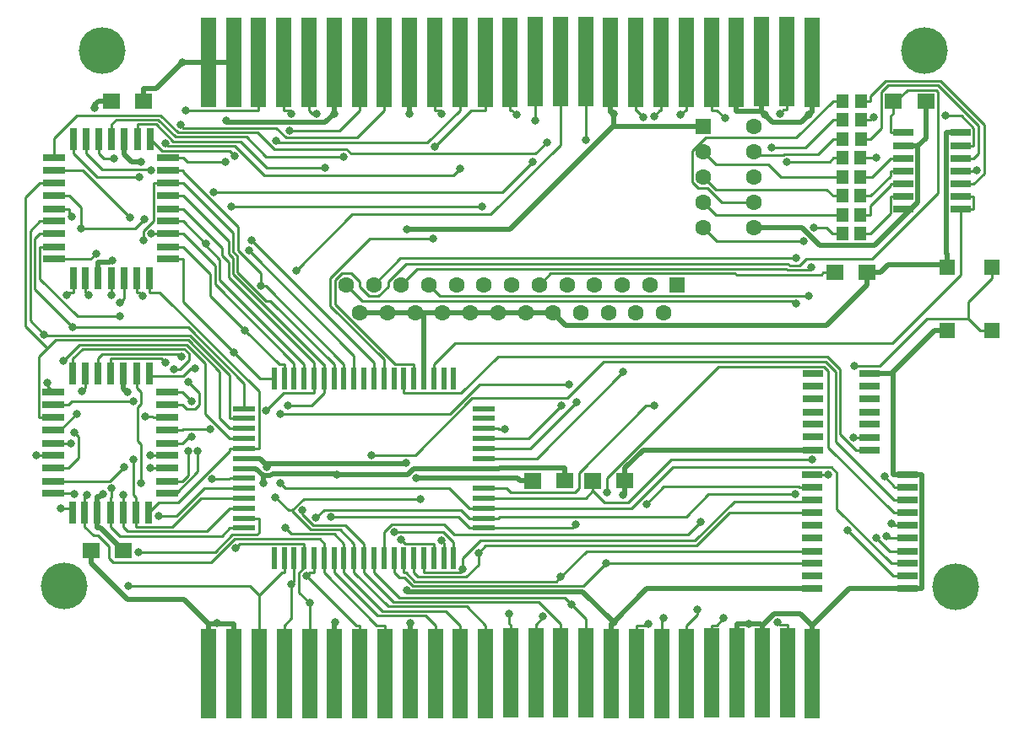
<source format=gbr>
%TF.GenerationSoftware,KiCad,Pcbnew,(6.0.2)*%
%TF.CreationDate,2022-10-21T17:36:17-05:00*%
%TF.ProjectId,REF1329_Optimized,52454631-3332-4395-9f4f-7074696d697a,rev?*%
%TF.SameCoordinates,Original*%
%TF.FileFunction,Copper,L1,Top*%
%TF.FilePolarity,Positive*%
%FSLAX46Y46*%
G04 Gerber Fmt 4.6, Leading zero omitted, Abs format (unit mm)*
G04 Created by KiCad (PCBNEW (6.0.2)) date 2022-10-21 17:36:17*
%MOMM*%
%LPD*%
G01*
G04 APERTURE LIST*
%TA.AperFunction,NonConductor*%
%ADD10C,0.000001*%
%TD*%
%TA.AperFunction,NonConductor*%
%ADD11C,0.000000*%
%TD*%
%TA.AperFunction,SMDPad,CuDef*%
%ADD12R,1.310000X1.390000*%
%TD*%
%TA.AperFunction,SMDPad,CuDef*%
%ADD13R,1.530000X9.000000*%
%TD*%
%TA.AperFunction,SMDPad,CuDef*%
%ADD14R,1.710000X1.630000*%
%TD*%
%TA.AperFunction,ComponentPad*%
%ADD15R,1.590000X1.590000*%
%TD*%
%TA.AperFunction,ComponentPad*%
%ADD16C,4.680000*%
%TD*%
%TA.AperFunction,ComponentPad*%
%ADD17R,1.600000X1.600000*%
%TD*%
%TA.AperFunction,ComponentPad*%
%ADD18C,1.600000*%
%TD*%
%TA.AperFunction,SMDPad,CuDef*%
%ADD19R,1.700000X1.630000*%
%TD*%
%TA.AperFunction,SMDPad,CuDef*%
%ADD20R,0.700000X2.270000*%
%TD*%
%TA.AperFunction,SMDPad,CuDef*%
%ADD21R,2.270000X0.700000*%
%TD*%
%TA.AperFunction,SMDPad,CuDef*%
%ADD22R,2.000000X0.700000*%
%TD*%
%TA.AperFunction,SMDPad,CuDef*%
%ADD23R,0.600000X2.250000*%
%TD*%
%TA.AperFunction,SMDPad,CuDef*%
%ADD24R,2.250000X0.600000*%
%TD*%
%TA.AperFunction,ViaPad*%
%ADD25C,0.800000*%
%TD*%
%TA.AperFunction,Conductor*%
%ADD26C,0.250000*%
%TD*%
%TA.AperFunction,Conductor*%
%ADD27C,0.500000*%
%TD*%
G04 APERTURE END LIST*
D10*
X180109200Y-69773700D02*
G75*
G03*
X180109200Y-69773700I0J0D01*
G01*
X180104200Y-70544700D02*
G75*
G03*
X180104200Y-70544700I0J0D01*
G01*
D11*
G36*
X152428000Y-111915400D02*
G01*
X150728000Y-111915400D01*
X150728000Y-110285400D01*
X152428000Y-110285400D01*
X152428000Y-111915400D01*
G37*
G36*
X158420800Y-111915400D02*
G01*
X156720800Y-111915400D01*
X156720800Y-110285400D01*
X158420800Y-110285400D01*
X158420800Y-111915400D01*
G37*
D10*
X180111200Y-66478700D02*
G75*
G03*
X180111200Y-66478700I0J0D01*
G01*
X180111200Y-68020700D02*
G75*
G03*
X180111200Y-68020700I0J0D01*
G01*
D12*
%TO.P,R5,1*%
%TO.N,/C*%
X182654000Y-74866000D03*
%TO.P,R5,2*%
%TO.N,/Q1*%
X184440000Y-74867000D03*
%TD*%
D13*
%TO.P,J2,1,Pin_1*%
%TO.N,/GND*%
X119026000Y-69080000D03*
%TO.P,J2,2,Pin_2*%
X121544000Y-69094000D03*
%TO.P,J2,3,Pin_3*%
%TO.N,/AD15*%
X124069000Y-69082000D03*
%TO.P,J2,4,Pin_4*%
%TO.N,/AD14*%
X126596000Y-69076000D03*
%TO.P,J2,5,Pin_5*%
%TO.N,/AD13*%
X129115000Y-69090000D03*
%TO.P,J2,6,Pin_6*%
%TO.N,/GND*%
X131634000Y-69076000D03*
%TO.P,J2,7,Pin_7*%
%TO.N,/AD12*%
X134157000Y-69065000D03*
%TO.P,J2,8,Pin_8*%
%TO.N,/{slash}write*%
X136676000Y-69051000D03*
%TO.P,J2,9,Pin_9*%
%TO.N,/VCC*%
X139195000Y-69079000D03*
%TO.P,J2,10,Pin_10*%
%TO.N,/{slash}read_top*%
X141723000Y-69079000D03*
%TO.P,J2,11,Pin_11*%
%TO.N,/AD11*%
X144248000Y-69070000D03*
%TO.P,J2,12,Pin_12*%
%TO.N,/AD10*%
X146769000Y-69062000D03*
%TO.P,J2,13,Pin_13*%
%TO.N,/12V_Front*%
X149293000Y-69046000D03*
%TO.P,J2,14,Pin_14*%
%TO.N,/UNUSED_Front*%
X151813000Y-69019000D03*
%TO.P,J2,15,Pin_15*%
%TO.N,/AD9*%
X154333000Y-69031000D03*
%TO.P,J2,16,Pin_16*%
%TO.N,/AD8*%
X156852000Y-69017000D03*
%TO.P,J2,17,Pin_17*%
%TO.N,/VCC*%
X159370000Y-69083000D03*
%TO.P,J2,18,Pin_18*%
%TO.N,/CIC_DATA1*%
X161894000Y-69077000D03*
%TO.P,J2,19,Pin_19*%
%TO.N,/1.6MHZ*%
X164420000Y-69067000D03*
%TO.P,J2,20,Pin_20*%
%TO.N,/{slash}COLD_RESET*%
X166938000Y-69063000D03*
%TO.P,J2,21,Pin_21*%
%TO.N,/S_DAT*%
X169458000Y-69048000D03*
%TO.P,J2,22,Pin_22*%
%TO.N,/GND*%
X171977000Y-69048000D03*
%TO.P,J2,23,Pin_23*%
X174507000Y-69032000D03*
%TO.P,J2,24,Pin_24*%
%TO.N,/LAUDIO*%
X177033000Y-69031000D03*
%TO.P,J2,25,Pin_25*%
%TO.N,/GND*%
X179552000Y-69090000D03*
%TD*%
D14*
%TO.P,R1,1*%
%TO.N,/Button*%
X157567000Y-111096900D03*
%TO.P,R1,2*%
%TO.N,/VCC*%
X160794000Y-111103900D03*
%TD*%
D12*
%TO.P,R4,1*%
%TO.N,/DP*%
X182656000Y-72961000D03*
%TO.P,R4,2*%
%TO.N,/Q0*%
X184442000Y-72962000D03*
%TD*%
D15*
%TO.P,SW1,1,1*%
%TO.N,/GND*%
X193086500Y-95977500D03*
X193126500Y-89627500D03*
%TO.P,SW1,2,2*%
%TO.N,/Button*%
X197572500Y-95980500D03*
X197611500Y-89628500D03*
%TD*%
D16*
%TO.P,Hole1,1*%
%TO.N,N/C*%
X108395000Y-67879000D03*
%TD*%
D12*
%TO.P,R8,1*%
%TO.N,/F*%
X182652000Y-80578000D03*
%TO.P,R8,2*%
%TO.N,/Q4*%
X184438000Y-80579000D03*
%TD*%
D16*
%TO.P,Hole2,1*%
%TO.N,N/C*%
X104544000Y-121691000D03*
%TD*%
D17*
%TO.P,U3,1,CA*%
%TO.N,/VCC*%
X168639500Y-75512500D03*
D18*
%TO.P,U3,2,F*%
%TO.N,/F*%
X168639500Y-78052500D03*
%TO.P,U3,3,G*%
%TO.N,/G*%
X168639500Y-80592500D03*
%TO.P,U3,4,E*%
%TO.N,/E*%
X168639500Y-83132500D03*
%TO.P,U3,5,D*%
%TO.N,/D*%
X168639500Y-85672500D03*
%TO.P,U3,6,CA*%
%TO.N,/VCC*%
X173719500Y-85672500D03*
%TO.P,U3,7,DP*%
%TO.N,/DP*%
X173719500Y-83132500D03*
%TO.P,U3,8,C*%
%TO.N,/C*%
X173719500Y-80592500D03*
%TO.P,U3,9,B*%
%TO.N,/B*%
X173719500Y-78052500D03*
%TO.P,U3,10,A*%
%TO.N,/A*%
X173719500Y-75512500D03*
%TD*%
D19*
%TO.P,C3,1*%
%TO.N,/VCC*%
X151578400Y-111101100D03*
%TO.P,C3,2*%
%TO.N,/GND*%
X154796400Y-111101100D03*
%TD*%
D20*
%TO.P,U2,1,A18*%
%TO.N,/A18*%
X109210500Y-114259000D03*
%TO.P,U2,2,A16*%
%TO.N,/A16*%
X110479500Y-114258000D03*
%TO.P,U2,3,A15*%
%TO.N,/A15*%
X111789500Y-114257000D03*
%TO.P,U2,4,A12*%
%TO.N,/A12*%
X113059500Y-114257000D03*
D21*
%TO.P,U2,5,A7*%
%TO.N,/A7*%
X114922500Y-112352000D03*
%TO.P,U2,6,A6*%
%TO.N,/A6*%
X114925500Y-111122000D03*
%TO.P,U2,7,A5*%
%TO.N,/A5*%
X114923500Y-109815000D03*
%TO.P,U2,8,A4*%
%TO.N,/A4*%
X114924500Y-108544000D03*
%TO.P,U2,9,A3*%
%TO.N,/A3*%
X114926500Y-107312000D03*
%TO.P,U2,10,A2*%
%TO.N,/A2*%
X114923500Y-106001000D03*
%TO.P,U2,11,A1*%
%TO.N,/A1*%
X114924500Y-104733000D03*
%TO.P,U2,12,A0*%
%TO.N,/A0*%
X114924500Y-103462000D03*
%TO.P,U2,13,Ad8*%
%TO.N,/AD8*%
X114924500Y-102194000D03*
D20*
%TO.P,U2,14,Ad9*%
%TO.N,/AD9*%
X113099500Y-100288000D03*
%TO.P,U2,15,Ad10*%
%TO.N,/AD10*%
X111829500Y-100289000D03*
%TO.P,U2,16,GND*%
%TO.N,/GND*%
X110519500Y-100287000D03*
%TO.P,U2,17,Ad11*%
%TO.N,/AD11*%
X109248500Y-100285000D03*
%TO.P,U2,18,Ad12*%
%TO.N,/AD12*%
X107937500Y-100288000D03*
%TO.P,U2,19,Ad13*%
%TO.N,/AD13*%
X106671500Y-100285000D03*
%TO.P,U2,20,Ad14*%
%TO.N,/AD14*%
X105440500Y-100287000D03*
D21*
%TO.P,U2,21,Ad15*%
%TO.N,/AD15*%
X103494500Y-102193000D03*
%TO.P,U2,22,CE#*%
%TO.N,/Chip_Enable*%
X103494500Y-103465000D03*
%TO.P,U2,23,A10*%
%TO.N,/A10*%
X103493500Y-104733000D03*
%TO.P,U2,24,OE#*%
%TO.N,/Output_Enable*%
X103494500Y-106004000D03*
%TO.P,U2,25,A11*%
%TO.N,/A11*%
X103495500Y-107311000D03*
%TO.P,U2,26,A9*%
%TO.N,/A9*%
X103494500Y-108543000D03*
%TO.P,U2,27,A8*%
%TO.N,/A8*%
X103497500Y-109812000D03*
%TO.P,U2,28,A13*%
%TO.N,/A13*%
X103494500Y-111124000D03*
%TO.P,U2,29,A14*%
%TO.N,/A14*%
X103493500Y-112355000D03*
D20*
%TO.P,U2,30,A17*%
%TO.N,/A17*%
X105398500Y-114259000D03*
%TO.P,U2,31,WE#*%
%TO.N,/{slash}write*%
X106629500Y-114256000D03*
%TO.P,U2,32,VCC*%
%TO.N,/VCC*%
X107900500Y-114257000D03*
%TD*%
D12*
%TO.P,R7,1*%
%TO.N,/A*%
X182652000Y-78675000D03*
%TO.P,R7,2*%
%TO.N,/Q3*%
X184438000Y-78676000D03*
%TD*%
D22*
%TO.P,U5,1*%
%TO.N,/74HC04*%
X185364500Y-107986000D03*
%TO.P,U5,2*%
%TO.N,/74HC04-374*%
X185363500Y-106719000D03*
%TO.P,U5,3*%
%TO.N,N/C*%
X185369500Y-105405000D03*
%TO.P,U5,4*%
X185362500Y-104179000D03*
%TO.P,U5,5*%
X185362500Y-102868000D03*
%TO.P,U5,6*%
X185363500Y-101596000D03*
%TO.P,U5,7,GND*%
%TO.N,/GND*%
X185361500Y-100286000D03*
%TO.P,U5,8*%
%TO.N,N/C*%
X179648500Y-100284000D03*
%TO.P,U5,9*%
X179648500Y-101595000D03*
%TO.P,U5,10*%
X179650500Y-102865000D03*
%TO.P,U5,11*%
X179646500Y-104177000D03*
%TO.P,U5,12*%
X179647500Y-105403000D03*
%TO.P,U5,13*%
X179648500Y-106711000D03*
%TO.P,U5,14,VCC*%
%TO.N,/VCC*%
X179648500Y-107983000D03*
%TD*%
D13*
%TO.P,J4,1,Pin_1*%
%TO.N,/GND*%
X119072000Y-130450000D03*
%TO.P,J4,2,Pin_2*%
X121590000Y-130464000D03*
%TO.P,J4,3,Pin_3*%
%TO.N,/AD15*%
X124115000Y-130452000D03*
%TO.P,J4,4,Pin_4*%
%TO.N,/AD14*%
X126642000Y-130446000D03*
%TO.P,J4,5,Pin_5*%
%TO.N,/AD13*%
X129161000Y-130460000D03*
%TO.P,J4,6,Pin_6*%
%TO.N,/GND*%
X131680000Y-130446000D03*
%TO.P,J4,7,Pin_7*%
%TO.N,/AD12*%
X134203000Y-130435000D03*
%TO.P,J4,8,Pin_8*%
%TO.N,/{slash}write*%
X136722000Y-130421000D03*
%TO.P,J4,9,Pin_9*%
%TO.N,/VCC*%
X139241000Y-130449000D03*
%TO.P,J4,10,Pin_10*%
%TO.N,/{slash}read_bottom*%
X141769000Y-130449000D03*
%TO.P,J4,11,Pin_11*%
%TO.N,/AD11*%
X144294000Y-130440000D03*
%TO.P,J4,12,Pin_12*%
%TO.N,/AD10*%
X146815000Y-130432000D03*
%TO.P,J4,13,Pin_13*%
%TO.N,/12V_Front*%
X149339000Y-130416000D03*
%TO.P,J4,14,Pin_14*%
%TO.N,/UNUSED_Front*%
X151859000Y-130389000D03*
%TO.P,J4,15,Pin_15*%
%TO.N,/AD9*%
X154379000Y-130401000D03*
%TO.P,J4,16,Pin_16*%
%TO.N,/AD8*%
X156898000Y-130387000D03*
%TO.P,J4,17,Pin_17*%
%TO.N,/VCC*%
X159416000Y-130453000D03*
%TO.P,J4,18,Pin_18*%
%TO.N,/CIC_DATA1*%
X161940000Y-130447000D03*
%TO.P,J4,19,Pin_19*%
%TO.N,/1.6MHZ*%
X164466000Y-130437000D03*
%TO.P,J4,20,Pin_20*%
%TO.N,/{slash}COLD_RESET*%
X166984000Y-130433000D03*
%TO.P,J4,21,Pin_21*%
%TO.N,/S_DAT*%
X169504000Y-130418000D03*
%TO.P,J4,22,Pin_22*%
%TO.N,/GND*%
X172023000Y-130418000D03*
%TO.P,J4,23,Pin_23*%
X174553000Y-130402000D03*
%TO.P,J4,24,Pin_24*%
%TO.N,/LAUDIO*%
X177079000Y-130401000D03*
%TO.P,J4,25,Pin_25*%
%TO.N,/GND*%
X179598000Y-130460000D03*
%TD*%
D19*
%TO.P,C1,1*%
%TO.N,/VCC*%
X109306400Y-72963100D03*
%TO.P,C1,2*%
%TO.N,/GND*%
X112524400Y-72963100D03*
%TD*%
D12*
%TO.P,R10,1*%
%TO.N,/E*%
X182616000Y-84428000D03*
%TO.P,R10,2*%
%TO.N,/Q6*%
X184402000Y-84429000D03*
%TD*%
D16*
%TO.P,Hole3,1*%
%TO.N,N/C*%
X190826000Y-67918000D03*
%TD*%
D22*
%TO.P,U6,1,OE*%
%TO.N,/GND*%
X189124000Y-121938000D03*
%TO.P,U6,2,O0*%
%TO.N,/PPort_13*%
X189121000Y-120668000D03*
%TO.P,U6,3,D0*%
%TO.N,/AD0*%
X189121000Y-119398000D03*
%TO.P,U6,4,D1*%
%TO.N,/AD1*%
X189121000Y-118168000D03*
%TO.P,U6,5,O1*%
%TO.N,/PPort_12*%
X189122000Y-116859000D03*
%TO.P,U6,6,O2*%
%TO.N,/PPort_10*%
X189122000Y-115586000D03*
%TO.P,U6,7,D2*%
%TO.N,/AD2*%
X189120000Y-114317000D03*
%TO.P,U6,8,D3*%
%TO.N,/AD3*%
X189122000Y-113047000D03*
%TO.P,U6,9,O3*%
%TO.N,/PPort_11*%
X189121000Y-111736000D03*
%TO.P,U6,10,GND*%
%TO.N,/GND*%
X189121000Y-110468000D03*
%TO.P,U6,11,Cp*%
%TO.N,/74HC04-374*%
X179597000Y-110465000D03*
%TO.P,U6,12,O4*%
%TO.N,/PPort_15*%
X179595000Y-111738000D03*
%TO.P,U6,13,D4*%
%TO.N,/AD4*%
X179597000Y-113046000D03*
%TO.P,U6,14,D5*%
%TO.N,/AD5*%
X179595000Y-114318000D03*
%TO.P,U6,15,O5*%
%TO.N,unconnected-(U6-Pad15)*%
X179598000Y-115587000D03*
%TO.P,U6,16,O6*%
%TO.N,unconnected-(U6-Pad16)*%
X179595000Y-116855000D03*
%TO.P,U6,17,D6*%
%TO.N,/AD6*%
X179597000Y-118167000D03*
%TO.P,U6,18,D7*%
%TO.N,/AD7*%
X179599000Y-119397000D03*
%TO.P,U6,19,O7*%
%TO.N,unconnected-(U6-Pad19)*%
X179596000Y-120666000D03*
%TO.P,U6,20,VCC*%
%TO.N,/VCC*%
X179596000Y-121935000D03*
%TD*%
D14*
%TO.P,R2,1*%
%TO.N,/74HC164_CP*%
X187733000Y-72995900D03*
%TO.P,R2,2*%
%TO.N,/VCC*%
X190960000Y-73002900D03*
%TD*%
D16*
%TO.P,Hole4,1*%
%TO.N,N/C*%
X194001000Y-121736000D03*
%TD*%
D20*
%TO.P,U1,1,A18*%
%TO.N,/A18*%
X109293000Y-90731000D03*
%TO.P,U1,2,A16*%
%TO.N,/A16*%
X110562000Y-90730000D03*
%TO.P,U1,3,A15*%
%TO.N,/A15*%
X111872000Y-90729000D03*
%TO.P,U1,4,A12*%
%TO.N,/A12*%
X113142000Y-90729000D03*
D21*
%TO.P,U1,5,A7*%
%TO.N,/A7*%
X115005000Y-88824000D03*
%TO.P,U1,6,A6*%
%TO.N,/A6*%
X115008000Y-87594000D03*
%TO.P,U1,7,A5*%
%TO.N,/A5*%
X115006000Y-86287000D03*
%TO.P,U1,8,A4*%
%TO.N,/A4*%
X115007000Y-85016000D03*
%TO.P,U1,9,A3*%
%TO.N,/A3*%
X115009000Y-83784000D03*
%TO.P,U1,10,A2*%
%TO.N,/A2*%
X115006000Y-82473000D03*
%TO.P,U1,11,A1*%
%TO.N,/A1*%
X115007000Y-81205000D03*
%TO.P,U1,12,A0*%
%TO.N,/A0*%
X115007000Y-79934000D03*
%TO.P,U1,13,Ad0*%
%TO.N,/AD0*%
X115007000Y-78666000D03*
D20*
%TO.P,U1,14,Ad1*%
%TO.N,/AD1*%
X113182000Y-76760000D03*
%TO.P,U1,15,Ad2*%
%TO.N,/AD2*%
X111912000Y-76761000D03*
%TO.P,U1,16,GND*%
%TO.N,/GND*%
X110602000Y-76759000D03*
%TO.P,U1,17,Ad3*%
%TO.N,/AD3*%
X109331000Y-76757000D03*
%TO.P,U1,18,Ad4*%
%TO.N,/AD4*%
X108020000Y-76760000D03*
%TO.P,U1,19,Ad5*%
%TO.N,/AD5*%
X106754000Y-76757000D03*
%TO.P,U1,20,Ad6*%
%TO.N,/AD6*%
X105523000Y-76759000D03*
D21*
%TO.P,U1,21,Ad7*%
%TO.N,/AD7*%
X103577000Y-78665000D03*
%TO.P,U1,22,CE#*%
%TO.N,/Chip_Enable*%
X103577000Y-79937000D03*
%TO.P,U1,23,A10*%
%TO.N,/A10*%
X103576000Y-81205000D03*
%TO.P,U1,24,OE#*%
%TO.N,/Output_Enable*%
X103577000Y-82476000D03*
%TO.P,U1,25,A11*%
%TO.N,/A11*%
X103578000Y-83783000D03*
%TO.P,U1,26,A9*%
%TO.N,/A9*%
X103577000Y-85015000D03*
%TO.P,U1,27,A8*%
%TO.N,/A8*%
X103580000Y-86284000D03*
%TO.P,U1,28,A13*%
%TO.N,/A13*%
X103577000Y-87596000D03*
%TO.P,U1,29,A14*%
%TO.N,/A14*%
X103576000Y-88827000D03*
D20*
%TO.P,U1,30,A17*%
%TO.N,/A17*%
X105481000Y-90731000D03*
%TO.P,U1,31,WE#*%
%TO.N,/{slash}write*%
X106712000Y-90728000D03*
%TO.P,U1,32,VCC*%
%TO.N,/VCC*%
X107983000Y-90729000D03*
%TD*%
D12*
%TO.P,R11,1*%
%TO.N,/D*%
X182613000Y-86299000D03*
%TO.P,R11,2*%
%TO.N,/Q7*%
X184399000Y-86300000D03*
%TD*%
D14*
%TO.P,R3,1*%
%TO.N,/PPort_6*%
X181888000Y-90139900D03*
%TO.P,R3,2*%
%TO.N,/GND*%
X185115000Y-90146900D03*
%TD*%
D23*
%TO.P,U7,1,I/O*%
%TO.N,unconnected-(U7-Pad1)*%
X125622000Y-118848000D03*
%TO.P,U7,2,I/O*%
%TO.N,/AD15*%
X126622000Y-118848000D03*
%TO.P,U7,3,I/O*%
%TO.N,/AD14*%
X127622000Y-118848000D03*
%TO.P,U7,4,I/O*%
%TO.N,/AD13*%
X128622000Y-118848000D03*
%TO.P,U7,5,I/O*%
%TO.N,/AD12*%
X129622000Y-118848000D03*
%TO.P,U7,6,I/O*%
%TO.N,/{slash}write*%
X130622000Y-118848000D03*
%TO.P,U7,7,I/O*%
%TO.N,/{slash}read_bottom*%
X131622000Y-118848000D03*
%TO.P,U7,8,I/O*%
%TO.N,/AD11*%
X132622000Y-118848000D03*
%TO.P,U7,9,I/O*%
%TO.N,/AD10*%
X133622000Y-118848000D03*
%TO.P,U7,10,I/O*%
%TO.N,/AD9*%
X134622000Y-118848000D03*
%TO.P,U7,11,I/O*%
%TO.N,/AD8*%
X135622000Y-118848000D03*
%TO.P,U7,12,I/O*%
%TO.N,/{slash}COLD_RESET*%
X136622000Y-118848000D03*
%TO.P,U7,13,I/O*%
%TO.N,/AD7*%
X137622000Y-118848000D03*
%TO.P,U7,14,I/O*%
%TO.N,/AD6*%
X138622000Y-118848000D03*
%TO.P,U7,15,I/O*%
%TO.N,/AD5*%
X139622000Y-118848000D03*
%TO.P,U7,16,I/O*%
%TO.N,/AD4*%
X140622000Y-118848000D03*
%TO.P,U7,17,I/O*%
%TO.N,/ALE_L*%
X141622000Y-118848000D03*
%TO.P,U7,18,I/O*%
%TO.N,/ALE_H*%
X142622000Y-118848000D03*
%TO.P,U7,19,I/O*%
%TO.N,/AD3*%
X143622000Y-118848000D03*
D24*
%TO.P,U7,20,I/O*%
%TO.N,/AD2*%
X146622000Y-115848000D03*
%TO.P,U7,21,I/O*%
%TO.N,/AD1*%
X146622000Y-114848000D03*
%TO.P,U7,22,I/O*%
%TO.N,/AD0*%
X146622000Y-113848000D03*
%TO.P,U7,23,I/O*%
%TO.N,/Button*%
X146622000Y-112848000D03*
%TO.P,U7,24,I/O*%
%TO.N,/PPort_2*%
X146622000Y-111848000D03*
%TO.P,U7,25,VCC*%
%TO.N,/VCC*%
X146622000Y-110848000D03*
%TO.P,U7,26,GND*%
%TO.N,/GND*%
X146622000Y-109848000D03*
%TO.P,U7,27,I/O*%
%TO.N,/PPort_3*%
X146622000Y-108848000D03*
%TO.P,U7,28,I/O*%
%TO.N,/PPort_4*%
X146622000Y-107848000D03*
%TO.P,U7,29,I/O*%
%TO.N,/PPort_5*%
X146622000Y-106848000D03*
%TO.P,U7,30,I/O*%
%TO.N,/PPort_6*%
X146622000Y-105848000D03*
%TO.P,U7,31,I/O*%
%TO.N,unconnected-(U7-Pad31)*%
X146622000Y-104848000D03*
%TO.P,U7,32,I/O*%
%TO.N,unconnected-(U7-Pad32)*%
X146622000Y-103848000D03*
D23*
%TO.P,U7,33,I/O*%
%TO.N,unconnected-(U7-Pad33)*%
X143622000Y-100848000D03*
%TO.P,U7,34,I/O*%
%TO.N,unconnected-(U7-Pad34)*%
X142622000Y-100848000D03*
%TO.P,U7,35,I/O*%
%TO.N,/74HC164_DSA_DSB*%
X141622000Y-100848000D03*
%TO.P,U7,36,I/O*%
%TO.N,/GND*%
X140622000Y-100848000D03*
%TO.P,U7,37,I/O*%
%TO.N,/74HC164_CP*%
X139622000Y-100848000D03*
%TO.P,U7,38,I/O*%
%TO.N,/74HC04*%
X138622000Y-100848000D03*
%TO.P,U7,39,I/O*%
%TO.N,unconnected-(U7-Pad39)*%
X137622000Y-100848000D03*
%TO.P,U7,40,I/O*%
%TO.N,/{slash}read_top*%
X136622000Y-100848000D03*
%TO.P,U7,41,I/O*%
%TO.N,/Output_Enable*%
X135622000Y-100848000D03*
%TO.P,U7,42,I/O*%
%TO.N,unconnected-(U7-Pad42)*%
X134622000Y-100848000D03*
%TO.P,U7,43,I/O*%
%TO.N,/Chip_Enable*%
X133622000Y-100848000D03*
%TO.P,U7,44,I/O*%
%TO.N,/A0*%
X132622000Y-100848000D03*
%TO.P,U7,45,I/O*%
%TO.N,/A1*%
X131622000Y-100848000D03*
%TO.P,U7,46,I/O*%
%TO.N,/A2*%
X130622000Y-100848000D03*
%TO.P,U7,47,I/O*%
%TO.N,/A3*%
X129622000Y-100848000D03*
%TO.P,U7,48,I/O*%
%TO.N,/A4*%
X128622000Y-100848000D03*
%TO.P,U7,49,I/O*%
%TO.N,/A5*%
X127622000Y-100848000D03*
%TO.P,U7,50,I/O*%
%TO.N,/A6*%
X126622000Y-100848000D03*
%TO.P,U7,51,I/O*%
%TO.N,/A7*%
X125622000Y-100848000D03*
D24*
%TO.P,U7,52,I/O*%
%TO.N,/A8*%
X122622000Y-103848000D03*
%TO.P,U7,53,I/O*%
%TO.N,/A9*%
X122622000Y-104848000D03*
%TO.P,U7,54,I/O*%
%TO.N,/A10*%
X122622000Y-105848000D03*
%TO.P,U7,55,I/O*%
%TO.N,/A11*%
X122622000Y-106848000D03*
%TO.P,U7,56,I/O*%
%TO.N,/A12*%
X122622000Y-107848000D03*
%TO.P,U7,57,VCC*%
%TO.N,/VCC*%
X122622000Y-108848000D03*
%TO.P,U7,58,GND*%
%TO.N,/GND*%
X122622000Y-109848000D03*
%TO.P,U7,59,I/O*%
%TO.N,/A13*%
X122622000Y-110848000D03*
%TO.P,U7,60,I/O*%
%TO.N,/A14*%
X122622000Y-111848000D03*
%TO.P,U7,61,I/O*%
%TO.N,/A15*%
X122622000Y-112848000D03*
%TO.P,U7,62,I/O*%
%TO.N,/A16*%
X122622000Y-113848000D03*
%TO.P,U7,63,I/O*%
%TO.N,/A17*%
X122622000Y-114848000D03*
%TO.P,U7,64,I/O*%
%TO.N,/A18*%
X122622000Y-115848000D03*
%TD*%
D12*
%TO.P,R6,1*%
%TO.N,/B*%
X182654000Y-76767000D03*
%TO.P,R6,2*%
%TO.N,/Q2*%
X184440000Y-76768000D03*
%TD*%
%TO.P,R9,1*%
%TO.N,/G*%
X182652000Y-82485000D03*
%TO.P,R9,2*%
%TO.N,/Q5*%
X184438000Y-82486000D03*
%TD*%
D19*
%TO.P,C2,1*%
%TO.N,/GND*%
X107284400Y-118120100D03*
%TO.P,C2,2*%
%TO.N,/VCC*%
X110502400Y-118120100D03*
%TD*%
D22*
%TO.P,U4,1,DSA*%
%TO.N,/74HC164_DSA_DSB*%
X194449500Y-83832000D03*
%TO.P,U4,2,DSB*%
X194448500Y-82565000D03*
%TO.P,U4,3,Q0*%
%TO.N,/Q0*%
X194454500Y-81251000D03*
%TO.P,U4,4,Q1*%
%TO.N,/Q1*%
X194447500Y-80025000D03*
%TO.P,U4,5,Q2*%
%TO.N,/Q2*%
X194447500Y-78714000D03*
%TO.P,U4,6,Q3*%
%TO.N,/Q3*%
X194448500Y-77442000D03*
%TO.P,U4,7,GND*%
%TO.N,/GND*%
X194446500Y-76132000D03*
%TO.P,U4,8,CP*%
%TO.N,/74HC164_CP*%
X188733500Y-76130000D03*
%TO.P,U4,9,~{MR}*%
%TO.N,/VCC*%
X188733500Y-77441000D03*
%TO.P,U4,10,Q4*%
%TO.N,/Q4*%
X188735500Y-78711000D03*
%TO.P,U4,11,Q5*%
%TO.N,/Q5*%
X188731500Y-80023000D03*
%TO.P,U4,12,Q6*%
%TO.N,/Q6*%
X188732500Y-81249000D03*
%TO.P,U4,13,Q7*%
%TO.N,/Q7*%
X188733500Y-82557000D03*
%TO.P,U4,14,VCC*%
%TO.N,/VCC*%
X188733500Y-83829000D03*
%TD*%
D17*
%TO.P,J1,1,1*%
%TO.N,unconnected-(J1-Pad1)*%
X166066000Y-91391700D03*
D18*
%TO.P,J1,2,2*%
%TO.N,/PPort_2*%
X163296000Y-91391700D03*
%TO.P,J1,3,3*%
%TO.N,/PPort_3*%
X160526000Y-91391700D03*
%TO.P,J1,4,4*%
%TO.N,/PPort_4*%
X157756000Y-91391700D03*
%TO.P,J1,5,5*%
%TO.N,/PPort_5*%
X154986000Y-91391700D03*
%TO.P,J1,6,6*%
%TO.N,/PPort_6*%
X152216000Y-91391700D03*
%TO.P,J1,7,7*%
%TO.N,unconnected-(J1-Pad7)*%
X149446000Y-91391700D03*
%TO.P,J1,8,8*%
%TO.N,unconnected-(J1-Pad8)*%
X146676000Y-91391700D03*
%TO.P,J1,9,9*%
%TO.N,unconnected-(J1-Pad9)*%
X143906000Y-91391700D03*
%TO.P,J1,10,10*%
%TO.N,/PPort_10*%
X141136000Y-91391700D03*
%TO.P,J1,11,11*%
%TO.N,/PPort_11*%
X138366000Y-91391700D03*
%TO.P,J1,12,12*%
%TO.N,/PPort_12*%
X135596000Y-91391700D03*
%TO.P,J1,13,13*%
%TO.N,/PPort_13*%
X132826000Y-91391700D03*
%TO.P,J1,14,P14*%
%TO.N,unconnected-(J1-Pad14)*%
X164681000Y-94231700D03*
%TO.P,J1,15,P15*%
%TO.N,/PPort_15*%
X161911000Y-94231700D03*
%TO.P,J1,16,P16*%
%TO.N,unconnected-(J1-Pad16)*%
X159141000Y-94231700D03*
%TO.P,J1,17,P17*%
%TO.N,unconnected-(J1-Pad17)*%
X156371000Y-94231700D03*
%TO.P,J1,18,P18*%
%TO.N,/GND*%
X153601000Y-94231700D03*
%TO.P,J1,19,P19*%
X150831000Y-94231700D03*
%TO.P,J1,20,P20*%
X148061000Y-94231700D03*
%TO.P,J1,21,P21*%
X145291000Y-94231700D03*
%TO.P,J1,22,P22*%
X142521000Y-94231700D03*
%TO.P,J1,23,P23*%
X139751000Y-94231700D03*
%TO.P,J1,24,P24*%
X136981000Y-94231700D03*
%TO.P,J1,25,P25*%
X134211000Y-94231700D03*
%TD*%
D25*
%TO.N,/A18*%
X109284700Y-111852100D03*
X109265200Y-92484700D03*
%TO.N,/A16*%
X110154900Y-93186200D03*
X110468300Y-112514800D03*
%TO.N,/A15*%
X112390900Y-92512200D03*
X111477800Y-108987600D03*
%TO.N,/A7*%
X121561200Y-98191700D03*
X117967600Y-108103900D03*
%TO.N,/A6*%
X122713400Y-96006800D03*
X116967400Y-108103900D03*
%TO.N,/A5*%
X113183800Y-109815000D03*
X113267000Y-86287000D03*
%TO.N,/A4*%
X113165000Y-108544000D03*
X118753600Y-87250600D03*
%TO.N,/A3*%
X124823000Y-104079500D03*
X117305900Y-106653700D03*
%TO.N,/A2*%
X119173700Y-105928500D03*
X127031700Y-103532700D03*
%TO.N,/A1*%
X112642300Y-104673200D03*
X112505000Y-86983800D03*
%TO.N,/A0*%
X116979700Y-101159900D03*
X124303300Y-91526700D03*
%TO.N,/AD0*%
X126210500Y-111319300D03*
X120754500Y-79109900D03*
%TO.N,/AD1*%
X177897000Y-112421700D03*
X186005900Y-116828500D03*
X121693900Y-78487400D03*
X129829200Y-114801100D03*
%TO.N,/AD2*%
X130696800Y-79663300D03*
X155881900Y-115478500D03*
X131308700Y-114737700D03*
X158989200Y-112237100D03*
%TO.N,/GND*%
X120846100Y-74933400D03*
X119908100Y-125342300D03*
X173259200Y-125462300D03*
X131902000Y-110471900D03*
X124515600Y-111349300D03*
X131714100Y-125314800D03*
X110910900Y-102201300D03*
X116407500Y-69080000D03*
X112267600Y-79086800D03*
X174822200Y-74297300D03*
X179213700Y-74315700D03*
X131634000Y-74205700D03*
%TO.N,/AD3*%
X137631100Y-116230200D03*
X132560600Y-78530200D03*
X135340200Y-108489500D03*
%TO.N,/AD4*%
X144264000Y-79717500D03*
X109572400Y-78753300D03*
X114709000Y-77232500D03*
X144547900Y-120003300D03*
%TO.N,/AD5*%
X113259900Y-79939300D03*
X146096100Y-118326200D03*
X121362100Y-83521900D03*
X146451000Y-83521900D03*
%TO.N,/AD6*%
X119514300Y-82113900D03*
X112067300Y-80577700D03*
X154374000Y-120760000D03*
X151543500Y-79109500D03*
%TO.N,/AD7*%
X158910700Y-119397000D03*
X152958700Y-77108000D03*
%TO.N,/Chip_Enable*%
X111134100Y-84648000D03*
X123069600Y-87991900D03*
X111467000Y-103132100D03*
%TO.N,/Output_Enable*%
X123367900Y-86935200D03*
X112613300Y-84830900D03*
X106236300Y-85788600D03*
X105810500Y-104366400D03*
%TO.N,/A11*%
X104461600Y-99014700D03*
X105312600Y-84531400D03*
X105255300Y-107311000D03*
%TO.N,/A9*%
X101745600Y-108543000D03*
X102561100Y-96407200D03*
%TO.N,/A8*%
X105614400Y-106267400D03*
X105411700Y-95697100D03*
%TO.N,/A13*%
X110156700Y-94558000D03*
X110529900Y-109745800D03*
X119387900Y-110899400D03*
%TO.N,/A14*%
X114024500Y-114655000D03*
X105534400Y-112454400D03*
X107731500Y-88292300D03*
%TO.N,/A17*%
X111972900Y-118248400D03*
X104845400Y-92481600D03*
X104225400Y-113904100D03*
%TO.N,/{slash}write*%
X107006300Y-92471800D03*
X106865300Y-112476500D03*
X116229500Y-75359900D03*
%TO.N,/VCC*%
X138963700Y-85879100D03*
X139195000Y-74247900D03*
X159634500Y-125308000D03*
X108426100Y-112442100D03*
X107631900Y-73621400D03*
X139871500Y-110812500D03*
X159689500Y-74243600D03*
X139236000Y-125342400D03*
X138920700Y-122046700D03*
X124875800Y-109736800D03*
X160589400Y-112540400D03*
X138820900Y-109262200D03*
X109352200Y-88955300D03*
%TO.N,/AD8*%
X126200000Y-104386800D03*
X155210300Y-101442500D03*
X156852000Y-76829300D03*
X155473000Y-123508700D03*
X117361300Y-103146400D03*
%TO.N,/AD9*%
X127813300Y-89947500D03*
X128454700Y-114041600D03*
X117721900Y-99842800D03*
%TO.N,/AD10*%
X141721700Y-77535700D03*
X112290800Y-111341400D03*
X140292400Y-112907100D03*
X125760400Y-112728600D03*
%TO.N,/AD11*%
X126717100Y-115847500D03*
X125842300Y-76963600D03*
X114723200Y-99255300D03*
%TO.N,/AD12*%
X116323600Y-98600900D03*
X127141500Y-75924100D03*
X128870700Y-120630300D03*
%TO.N,/AD13*%
X129185100Y-123381600D03*
X129882700Y-74273700D03*
X121773500Y-117820400D03*
X106352300Y-102064300D03*
%TO.N,/AD14*%
X127357900Y-121526900D03*
X127366600Y-74209500D03*
X115522500Y-99870500D03*
%TO.N,/AD15*%
X116725100Y-73945000D03*
X110960800Y-121664900D03*
X102885000Y-101226800D03*
%TO.N,/{slash}COLD_RESET*%
X166371200Y-74357800D03*
X168098700Y-124006200D03*
X168403700Y-115223200D03*
%TO.N,/ALE_L*%
X138344500Y-116999200D03*
%TO.N,/ALE_H*%
X142375700Y-117118600D03*
%TO.N,/Button*%
X183844600Y-99541400D03*
X179610500Y-108969600D03*
%TO.N,/PPort_2*%
X163770500Y-103574000D03*
%TO.N,/PPort_3*%
X160589400Y-100187400D03*
%TO.N,/PPort_4*%
X155945000Y-103170900D03*
%TO.N,/PPort_5*%
X154451600Y-103545300D03*
%TO.N,/PPort_6*%
X148766900Y-105935500D03*
%TO.N,/{slash}read_top*%
X141546300Y-86758100D03*
X142420500Y-74204900D03*
%TO.N,/D*%
X179756400Y-85638100D03*
X178718900Y-87005200D03*
%TO.N,/C*%
X175487500Y-77645300D03*
%TO.N,/A*%
X177065200Y-79031200D03*
%TO.N,/PPort_10*%
X179273200Y-92516900D03*
X187509500Y-115426600D03*
%TO.N,/PPort_11*%
X179515700Y-89624000D03*
X186816100Y-110659400D03*
%TO.N,/PPort_12*%
X178003900Y-88744600D03*
X187042800Y-116696700D03*
%TO.N,/PPort_13*%
X178003900Y-93254500D03*
X183153000Y-116097100D03*
%TO.N,/PPort_15*%
X162961800Y-113442900D03*
%TO.N,/12V_Front*%
X149911100Y-74338200D03*
X149173100Y-124414800D03*
%TO.N,/UNUSED_Front*%
X151813000Y-74939600D03*
X152593900Y-124710100D03*
%TO.N,/CIC_DATA1*%
X162670600Y-74573000D03*
X163125500Y-125446000D03*
%TO.N,/1.6MHZ*%
X164711700Y-124865500D03*
X163706100Y-74459100D03*
%TO.N,/S_DAT*%
X170808400Y-74694800D03*
X170696000Y-124883800D03*
%TO.N,/LAUDIO*%
X176342100Y-74235900D03*
X176093000Y-125291600D03*
%TO.N,/74HC04-374*%
X183746300Y-106719000D03*
X181206600Y-110465000D03*
%TO.N,/Q1*%
X196067600Y-79894100D03*
X185761400Y-74620200D03*
%TO.N,/Q3*%
X185979300Y-78613500D03*
X192909900Y-74408200D03*
%TD*%
D26*
%TO.N,/A18*%
X121171900Y-115848000D02*
X120401600Y-116618300D01*
X109293000Y-92456900D02*
X109265200Y-92484700D01*
X120401600Y-116618300D02*
X110109700Y-116618300D01*
X110109700Y-116618300D02*
X109210500Y-115719100D01*
X109210500Y-114259000D02*
X109210500Y-112798900D01*
X109284700Y-112724700D02*
X109210500Y-112798900D01*
X122622000Y-115848000D02*
X121171900Y-115848000D01*
X109284700Y-111852100D02*
X109284700Y-112724700D01*
X109210500Y-114259000D02*
X109210500Y-115719100D01*
X109293000Y-90731000D02*
X109293000Y-92456900D01*
%TO.N,/A16*%
X110562000Y-90730000D02*
X110562000Y-92779100D01*
X110479500Y-114258000D02*
X110479500Y-112797900D01*
X121171900Y-113848000D02*
X118851700Y-116168200D01*
X110479500Y-114258000D02*
X110479500Y-115718100D01*
X122622000Y-113848000D02*
X121171900Y-113848000D01*
X110468300Y-112514800D02*
X110468300Y-112786700D01*
X110929600Y-116168200D02*
X110479500Y-115718100D01*
X110468300Y-112786700D02*
X110479500Y-112797900D01*
X110562000Y-92779100D02*
X110154900Y-93186200D01*
X118851700Y-116168200D02*
X110929600Y-116168200D01*
%TO.N,/A15*%
X115412900Y-115717100D02*
X118282000Y-112848000D01*
X111872000Y-92189100D02*
X112067800Y-92189100D01*
X111789500Y-112796900D02*
X111477800Y-112485200D01*
X111477800Y-112485200D02*
X111477800Y-108987600D01*
X111789500Y-114257000D02*
X111789500Y-112796900D01*
X111872000Y-90729000D02*
X111872000Y-92189100D01*
X111789500Y-115717100D02*
X115412900Y-115717100D01*
X118282000Y-112848000D02*
X122622000Y-112848000D01*
X112067800Y-92189100D02*
X112390900Y-92512200D01*
X111789500Y-114257000D02*
X111789500Y-115717100D01*
%TO.N,/A12*%
X114019400Y-113297100D02*
X115964600Y-113297100D01*
X121171900Y-108089800D02*
X121171900Y-107848000D01*
X113142000Y-90729000D02*
X113142000Y-92189100D01*
X115964600Y-113297100D02*
X121171900Y-108089800D01*
X113059500Y-114257000D02*
X114019400Y-113297100D01*
X122622000Y-107848000D02*
X121171900Y-107848000D01*
X122622000Y-107848000D02*
X124072100Y-107848000D01*
X113142000Y-92189100D02*
X114140800Y-92189100D01*
X114140800Y-92189100D02*
X124072100Y-102120400D01*
X124072100Y-102120400D02*
X124072100Y-107848000D01*
%TO.N,/A7*%
X116465100Y-88824000D02*
X116465100Y-93095600D01*
X115795300Y-112352000D02*
X117967600Y-110179700D01*
X114922500Y-112352000D02*
X115795300Y-112352000D01*
X124217500Y-100848000D02*
X121561200Y-98191700D01*
X115005000Y-88824000D02*
X116465100Y-88824000D01*
X116465100Y-93095600D02*
X121561200Y-98191700D01*
X117967600Y-110179700D02*
X117967600Y-108103900D01*
X125622000Y-100848000D02*
X124217500Y-100848000D01*
%TO.N,/A6*%
X126104500Y-99397900D02*
X126622000Y-99397900D01*
X116967400Y-110540200D02*
X116967400Y-108103900D01*
X116385600Y-111122000D02*
X116967400Y-110540200D01*
X119233600Y-92527000D02*
X122713400Y-96006800D01*
X116468100Y-87594000D02*
X119233600Y-90359500D01*
X126622000Y-100848000D02*
X126622000Y-99397900D01*
X119233600Y-90359500D02*
X119233600Y-92527000D01*
X114925500Y-111122000D02*
X116385600Y-111122000D01*
X115008000Y-87594000D02*
X116468100Y-87594000D01*
X122713400Y-96006800D02*
X126104500Y-99397900D01*
%TO.N,/A5*%
X119683700Y-91364500D02*
X127622000Y-99302800D01*
X114923500Y-109815000D02*
X113463400Y-109815000D01*
X115006000Y-86287000D02*
X116466100Y-86287000D01*
X113545900Y-86287000D02*
X113267000Y-86287000D01*
X114276000Y-86287000D02*
X113545900Y-86287000D01*
X119683700Y-89504600D02*
X119683700Y-91364500D01*
X113463400Y-109815000D02*
X113183800Y-109815000D01*
X116466100Y-86287000D02*
X119683700Y-89504600D01*
X127622000Y-99302800D02*
X127622000Y-100848000D01*
X114276000Y-86287000D02*
X115006000Y-86287000D01*
%TO.N,/A4*%
X128622000Y-100848000D02*
X128622000Y-99397900D01*
X118753600Y-87473000D02*
X120133800Y-88853200D01*
X118753600Y-87250600D02*
X118701700Y-87250600D01*
X120133800Y-90909700D02*
X128622000Y-99397900D01*
X118753600Y-87250600D02*
X118753600Y-87473000D01*
X120133800Y-88853200D02*
X120133800Y-90909700D01*
X118701700Y-87250600D02*
X116467100Y-85016000D01*
X114924500Y-108544000D02*
X113165000Y-108544000D01*
X115007000Y-85016000D02*
X116467100Y-85016000D01*
%TO.N,/A3*%
X115009000Y-83784000D02*
X116469100Y-83784000D01*
X121034000Y-89116700D02*
X121034000Y-90656300D01*
X116469100Y-83784000D02*
X120358800Y-87673700D01*
X114926500Y-107312000D02*
X116386600Y-107312000D01*
X120358800Y-87673700D02*
X120358800Y-88441500D01*
X116386600Y-107312000D02*
X117044900Y-106653700D01*
X129622000Y-99244300D02*
X129622000Y-100848000D01*
X117044900Y-106653700D02*
X117305900Y-106653700D01*
X126604400Y-102298100D02*
X129622000Y-102298100D01*
X124823000Y-104079500D02*
X126604400Y-102298100D01*
X121034000Y-90656300D02*
X129622000Y-99244300D01*
X120358800Y-88441500D02*
X121034000Y-89116700D01*
X129622000Y-100848000D02*
X129622000Y-102298100D01*
%TO.N,/A2*%
X129387400Y-103532700D02*
X127031700Y-103532700D01*
X130622000Y-100848000D02*
X130622000Y-99397900D01*
X130622000Y-100848000D02*
X130622000Y-102298100D01*
X114923500Y-106001000D02*
X116383600Y-106001000D01*
X119173700Y-105928500D02*
X116456100Y-105928500D01*
X130512200Y-99397900D02*
X121484100Y-90369800D01*
X130622000Y-102298100D02*
X129387400Y-103532700D01*
X121034000Y-87040900D02*
X116466100Y-82473000D01*
X116456100Y-105928500D02*
X116383600Y-106001000D01*
X121034000Y-88255300D02*
X121034000Y-87040900D01*
X130622000Y-99397900D02*
X130512200Y-99397900D01*
X115006000Y-82473000D02*
X116466100Y-82473000D01*
X121484100Y-90369800D02*
X121484100Y-88705400D01*
X121484100Y-88705400D02*
X121034000Y-88255300D01*
%TO.N,/A1*%
X121484100Y-88068700D02*
X121484100Y-86222000D01*
X114924500Y-104733000D02*
X113464400Y-104733000D01*
X121484100Y-86222000D02*
X116467100Y-81205000D01*
X131622000Y-99397900D02*
X125227700Y-93003600D01*
X131622000Y-100848000D02*
X131622000Y-99397900D01*
X115007000Y-81205000D02*
X113546900Y-81205000D01*
X125227700Y-93003600D02*
X124754500Y-93003600D01*
X113404600Y-104673200D02*
X113464400Y-104733000D01*
X113545800Y-81206100D02*
X113545800Y-84952400D01*
X124754500Y-93003600D02*
X121934200Y-90183300D01*
X112642300Y-104673200D02*
X113404600Y-104673200D01*
X113545800Y-84952400D02*
X112505000Y-85993200D01*
X115737100Y-81205000D02*
X116467100Y-81205000D01*
X121934200Y-90183300D02*
X121934200Y-88518800D01*
X115737100Y-81205000D02*
X115007000Y-81205000D01*
X113546900Y-81205000D02*
X113545800Y-81206100D01*
X112505000Y-85993200D02*
X112505000Y-86983800D01*
X121934200Y-88518800D02*
X121484100Y-88068700D01*
%TO.N,/A0*%
X124750900Y-91526800D02*
X124303300Y-91526800D01*
X132622000Y-99397900D02*
X124750900Y-91526800D01*
X116836800Y-103914200D02*
X116384600Y-103462000D01*
X118118200Y-103483300D02*
X117687300Y-103914200D01*
X115007000Y-79934000D02*
X116467100Y-79934000D01*
X116979700Y-101159900D02*
X118118200Y-102298400D01*
X121998300Y-87946300D02*
X121998300Y-85623200D01*
X124303300Y-91526700D02*
X124303300Y-90251300D01*
X124303300Y-91526800D02*
X124303300Y-91526700D01*
X124303300Y-90251300D02*
X121998300Y-87946300D01*
X117687300Y-103914200D02*
X116836800Y-103914200D01*
X116467100Y-80092000D02*
X116467100Y-79934000D01*
X118118200Y-102298400D02*
X118118200Y-103483300D01*
X132622000Y-100848000D02*
X132622000Y-99397900D01*
X114924500Y-103462000D02*
X116384600Y-103462000D01*
X121998300Y-85623200D02*
X116467100Y-80092000D01*
%TO.N,/AD0*%
X181483400Y-109694900D02*
X165625400Y-109694900D01*
X182060200Y-113964300D02*
X182060200Y-110271700D01*
X165625400Y-109694900D02*
X161472300Y-113848000D01*
X145171900Y-113848000D02*
X143133700Y-111809800D01*
X187493900Y-119398000D02*
X182060200Y-113964300D01*
X115007000Y-78666000D02*
X116467100Y-78666000D01*
X126701000Y-111809800D02*
X126210500Y-111319300D01*
X161472300Y-113848000D02*
X146622000Y-113848000D01*
X116467100Y-78666000D02*
X116911000Y-79109900D01*
X182060200Y-110271700D02*
X181483400Y-109694900D01*
X116911000Y-79109900D02*
X120754500Y-79109900D01*
X189121000Y-119398000D02*
X187493900Y-119398000D01*
X145897000Y-113848000D02*
X145171900Y-113848000D01*
X145897000Y-113848000D02*
X146622000Y-113848000D01*
X143133700Y-111809800D02*
X126701000Y-111809800D01*
%TO.N,/AD1*%
X144318600Y-113994800D02*
X145171800Y-114848000D01*
X114379600Y-77957600D02*
X121164100Y-77957600D01*
X187345400Y-118168000D02*
X186005900Y-116828500D01*
X146622000Y-114848000D02*
X148072100Y-114848000D01*
X129829200Y-114801100D02*
X130635500Y-113994800D01*
X148240700Y-114679400D02*
X166918000Y-114679400D01*
X130635500Y-113994800D02*
X144318600Y-113994800D01*
X113182000Y-76760000D02*
X114379600Y-77957600D01*
X189121000Y-118168000D02*
X187345400Y-118168000D01*
X145171800Y-114848000D02*
X146622000Y-114848000D01*
X169175700Y-112421700D02*
X177897000Y-112421700D01*
X148072100Y-114848000D02*
X148240700Y-114679400D01*
X166918000Y-114679400D02*
X169175700Y-112421700D01*
X121164100Y-77957600D02*
X121693900Y-78487400D01*
%TO.N,/AD2*%
X111913000Y-75299900D02*
X113802000Y-75299900D01*
X124905000Y-79663300D02*
X130696800Y-79663300D01*
X146622000Y-115848000D02*
X145171900Y-115848000D01*
X145171900Y-115848000D02*
X144061600Y-114737700D01*
X111912000Y-75300900D02*
X111913000Y-75299900D01*
X158989200Y-110779000D02*
X170167800Y-99600400D01*
X155881900Y-115478500D02*
X155512400Y-115848000D01*
X122251300Y-77009600D02*
X124905000Y-79663300D01*
X158989200Y-112237100D02*
X158989200Y-110779000D01*
X113802000Y-75299900D02*
X115511700Y-77009600D01*
X155512400Y-115848000D02*
X146622000Y-115848000D01*
X189120000Y-114317000D02*
X187794900Y-114317000D01*
X144061600Y-114737700D02*
X131308700Y-114737700D01*
X111912000Y-76761000D02*
X111912000Y-75300900D01*
X170167800Y-99600400D02*
X180784600Y-99600400D01*
X181211100Y-100026900D02*
X181211100Y-107733200D01*
X115511700Y-77009600D02*
X122251300Y-77009600D01*
X181211100Y-107733200D02*
X187794900Y-114317000D01*
X180784600Y-99600400D02*
X181211100Y-100026900D01*
D27*
%TO.N,/GND*%
X123776700Y-109848000D02*
X122622000Y-109848000D01*
X131714100Y-125461800D02*
X131714100Y-125314800D01*
X146622000Y-109848000D02*
X145222000Y-109848000D01*
X174822200Y-74297300D02*
X175626200Y-75101300D01*
X188824500Y-110468000D02*
X187670900Y-110468000D01*
X148209100Y-109836000D02*
X148197100Y-109848000D01*
X111344700Y-79086800D02*
X112267600Y-79086800D01*
X127543600Y-75123900D02*
X127493700Y-75074000D01*
X116407500Y-69080000D02*
X113789500Y-71698000D01*
X185115000Y-90146900D02*
X185115000Y-91412000D01*
X131680000Y-125495900D02*
X131714100Y-125461800D01*
X192996400Y-88252300D02*
X193126500Y-88382400D01*
X134211000Y-94231700D02*
X136981000Y-94231700D01*
X187670900Y-110468000D02*
X187670900Y-100424000D01*
X146622000Y-109848000D02*
X148197100Y-109848000D01*
X112524400Y-72963100D02*
X112524400Y-71698000D01*
X174507000Y-73982100D02*
X174822200Y-74297300D01*
X193126500Y-89627500D02*
X193126500Y-89405100D01*
X185115000Y-90146900D02*
X186420100Y-90146900D01*
X116407500Y-69080000D02*
X119026000Y-69080000D01*
X188824500Y-110468000D02*
X189121000Y-110468000D01*
X121530000Y-69080000D02*
X121544000Y-69094000D01*
X174394500Y-125467900D02*
X174553000Y-125626400D01*
X175759900Y-124419500D02*
X174553000Y-125626400D01*
X187161900Y-89405100D02*
X186420100Y-90146900D01*
X174507000Y-69032000D02*
X174507000Y-73982100D01*
X121590000Y-130464000D02*
X121590000Y-125513900D01*
X139751000Y-94231700D02*
X140622000Y-94231700D01*
X110519500Y-101872100D02*
X110848700Y-102201300D01*
X124515600Y-110586900D02*
X123776700Y-109848000D01*
X125228000Y-110586900D02*
X125438800Y-110376100D01*
X139010000Y-110471900D02*
X131902000Y-110471900D01*
X193126500Y-89341200D02*
X193126500Y-89405100D01*
X179552000Y-69090000D02*
X179552000Y-74040100D01*
X193086500Y-95977500D02*
X191841400Y-95977500D01*
X178428100Y-75101300D02*
X179213700Y-74315700D01*
X154871100Y-95501800D02*
X181025200Y-95501800D01*
X125438800Y-110376100D02*
X131806200Y-110376100D01*
X173259200Y-125467900D02*
X173259200Y-125462300D01*
X130715800Y-75123900D02*
X127543600Y-75123900D01*
X142521000Y-94231700D02*
X145291000Y-94231700D01*
X121590000Y-125513900D02*
X121576000Y-125499900D01*
X140622000Y-100848000D02*
X140622000Y-94231700D01*
X179489300Y-74040100D02*
X179213700Y-74315700D01*
X150831000Y-94231700D02*
X153601000Y-94231700D01*
X131634000Y-69076000D02*
X131634000Y-74205700D01*
X119908100Y-125499900D02*
X119072000Y-125499900D01*
X172023000Y-125467900D02*
X173259200Y-125467900D01*
X154796400Y-109836000D02*
X148209100Y-109836000D01*
X179598000Y-125655400D02*
X183315400Y-121938000D01*
X194446500Y-76132000D02*
X192996400Y-76132000D01*
X119072000Y-125499900D02*
X116592000Y-123019900D01*
X124515600Y-110586900D02*
X125228000Y-110586900D01*
X110919100Y-123019900D02*
X107284400Y-119385200D01*
X148061000Y-94231700D02*
X150831000Y-94231700D01*
X171977000Y-73998100D02*
X174491000Y-73998100D01*
X131680000Y-130446000D02*
X131680000Y-125495900D01*
X110519500Y-100287000D02*
X110519500Y-101872100D01*
X192996400Y-76132000D02*
X192996400Y-88252300D01*
X119908100Y-125499900D02*
X119908100Y-125342300D01*
X171977000Y-69048000D02*
X171977000Y-73998100D01*
X120986700Y-75074000D02*
X120846100Y-74933400D01*
X172023000Y-130418000D02*
X172023000Y-125467900D01*
X131806200Y-110376100D02*
X131902000Y-110471900D01*
X107284400Y-118120100D02*
X107284400Y-119385200D01*
X110602000Y-78344100D02*
X111344700Y-79086800D01*
X193126500Y-89341200D02*
X193126500Y-88382400D01*
X175626200Y-75101300D02*
X178428100Y-75101300D01*
X124515600Y-111349300D02*
X124515600Y-110586900D01*
X187670900Y-100424000D02*
X187532900Y-100286000D01*
X116592000Y-123019900D02*
X110919100Y-123019900D01*
X183315400Y-121938000D02*
X189124000Y-121938000D01*
X139633900Y-109848000D02*
X139010000Y-110471900D01*
X190574100Y-110471000D02*
X190574100Y-121938000D01*
X131634000Y-74205700D02*
X130715800Y-75123900D01*
X185361500Y-100286000D02*
X186637600Y-100286000D01*
X174553000Y-130402000D02*
X174553000Y-125626400D01*
X110602000Y-76759000D02*
X110602000Y-78344100D01*
X136981000Y-94231700D02*
X139751000Y-94231700D01*
X189121000Y-110468000D02*
X190571100Y-110468000D01*
X140622000Y-94231700D02*
X142521000Y-94231700D01*
X113789500Y-71698000D02*
X112524400Y-71698000D01*
X173259200Y-125467900D02*
X174394500Y-125467900D01*
X145291000Y-94231700D02*
X148061000Y-94231700D01*
X189124000Y-121938000D02*
X190574100Y-121938000D01*
X193126500Y-89405100D02*
X187161900Y-89405100D01*
X121576000Y-125499900D02*
X119908100Y-125499900D01*
X179598000Y-130460000D02*
X179598000Y-125655400D01*
X179598000Y-125655400D02*
X178362100Y-124419500D01*
X178362100Y-124419500D02*
X175759900Y-124419500D01*
X187532900Y-100286000D02*
X191841400Y-95977500D01*
X186637600Y-100286000D02*
X187532900Y-100286000D01*
X145222000Y-109848000D02*
X139633900Y-109848000D01*
X110848700Y-102201300D02*
X110910900Y-102201300D01*
X174491000Y-73998100D02*
X174507000Y-73982100D01*
X153601000Y-94231700D02*
X154871100Y-95501800D01*
X179552000Y-74040100D02*
X179489300Y-74040100D01*
X119026000Y-69080000D02*
X121530000Y-69080000D01*
X119072000Y-130450000D02*
X119072000Y-125499900D01*
X154796400Y-111101100D02*
X154796400Y-109836000D01*
X181025200Y-95501800D02*
X185115000Y-91412000D01*
X127493700Y-75074000D02*
X120986700Y-75074000D01*
X190571100Y-110468000D02*
X190574100Y-110471000D01*
D26*
%TO.N,/AD3*%
X132560600Y-78530200D02*
X124791600Y-78530200D01*
X143622000Y-118848000D02*
X143622000Y-117278500D01*
X124791600Y-78530200D02*
X122820900Y-76559500D01*
X143622000Y-117278500D02*
X142573700Y-116230200D01*
X181943500Y-100108400D02*
X181943500Y-107193600D01*
X154985400Y-102804400D02*
X158692800Y-99097000D01*
X109793800Y-74834100D02*
X109331000Y-75296900D01*
X122820900Y-76559500D02*
X115698200Y-76559500D01*
X145444800Y-102804400D02*
X154985400Y-102804400D01*
X113972800Y-74834100D02*
X109793800Y-74834100D01*
X189122000Y-113047000D02*
X187796900Y-113047000D01*
X158692800Y-99097000D02*
X180932100Y-99097000D01*
X142573700Y-116230200D02*
X137631100Y-116230200D01*
X135340200Y-108489500D02*
X139759700Y-108489500D01*
X115698200Y-76559500D02*
X113972800Y-74834100D01*
X181943500Y-107193600D02*
X187796900Y-113047000D01*
X139759700Y-108489500D02*
X145444800Y-102804400D01*
X180932100Y-99097000D02*
X181943500Y-100108400D01*
X109331000Y-76757000D02*
X109331000Y-75296900D01*
%TO.N,/AD4*%
X140622000Y-118848000D02*
X140622000Y-120298100D01*
X144264000Y-79717500D02*
X143586700Y-80394800D01*
X171769800Y-113146800D02*
X179496200Y-113146800D01*
X179496200Y-113146800D02*
X179597000Y-113046000D01*
X121691800Y-77459700D02*
X114936200Y-77459700D01*
X109572400Y-78753300D02*
X108553200Y-78753300D01*
X146279500Y-117113200D02*
X167803400Y-117113200D01*
X144547900Y-120003300D02*
X144547900Y-118844800D01*
X144547900Y-118844800D02*
X146279500Y-117113200D01*
X108553200Y-78753300D02*
X108020000Y-78220100D01*
X140622000Y-120298100D02*
X144253100Y-120298100D01*
X144253100Y-120298100D02*
X144547900Y-120003300D01*
X108020000Y-76760000D02*
X108020000Y-78220100D01*
X114936200Y-77459700D02*
X114709000Y-77232500D01*
X143586700Y-80394800D02*
X124626900Y-80394800D01*
X167803400Y-117113200D02*
X171769800Y-113146800D01*
X124626900Y-80394800D02*
X121691800Y-77459700D01*
%TO.N,/AD5*%
X171273600Y-114318000D02*
X179595000Y-114318000D01*
X139622000Y-120298100D02*
X140072100Y-120748200D01*
X140072100Y-120748200D02*
X144877100Y-120748200D01*
X146096100Y-119529200D02*
X146096100Y-118326200D01*
X106754000Y-76757000D02*
X106754000Y-78217100D01*
X146096100Y-118326200D02*
X146836900Y-117585400D01*
X139622000Y-118848000D02*
X139622000Y-120298100D01*
X106754000Y-78217100D02*
X108389500Y-79852600D01*
X146836900Y-117585400D02*
X168006200Y-117585400D01*
X144877100Y-120748200D02*
X146096100Y-119529200D01*
X108389500Y-79852600D02*
X113173200Y-79852600D01*
X121362100Y-83521900D02*
X146451000Y-83521900D01*
X168006200Y-117585400D02*
X171273600Y-114318000D01*
X113173200Y-79852600D02*
X113259900Y-79939300D01*
%TO.N,/AD6*%
X112067300Y-80577700D02*
X107881600Y-80577700D01*
X138834200Y-120298100D02*
X139734400Y-121198300D01*
X153935700Y-121198300D02*
X154374000Y-120760000D01*
X138622000Y-120298100D02*
X138834200Y-120298100D01*
X119514300Y-82113900D02*
X148539100Y-82113900D01*
X156967000Y-118167000D02*
X179597000Y-118167000D01*
X138622000Y-118848000D02*
X138622000Y-120298100D01*
X139734400Y-121198300D02*
X153935700Y-121198300D01*
X107881600Y-80577700D02*
X105523000Y-78219100D01*
X154374000Y-120760000D02*
X156967000Y-118167000D01*
X148539100Y-82113900D02*
X151543500Y-79109500D01*
X105523000Y-76759000D02*
X105523000Y-78219100D01*
%TO.N,/AD7*%
X137622000Y-118848000D02*
X137622000Y-120298100D01*
X138710700Y-120811200D02*
X139547900Y-121648400D01*
X132861000Y-77805100D02*
X133316800Y-78260900D01*
X125658100Y-77805100D02*
X132861000Y-77805100D01*
X133316800Y-78260900D02*
X151805800Y-78260900D01*
X151805800Y-78260900D02*
X152958700Y-77108000D01*
X137622000Y-120298100D02*
X138135100Y-120811200D01*
X123962400Y-76109400D02*
X125658100Y-77805100D01*
X179599000Y-119397000D02*
X158910700Y-119397000D01*
X103577000Y-76658200D02*
X105851300Y-74383900D01*
X103577000Y-78665000D02*
X103577000Y-76658200D01*
X115953600Y-76109400D02*
X123962400Y-76109400D01*
X156659300Y-121648400D02*
X158910700Y-119397000D01*
X138135100Y-120811200D02*
X138710700Y-120811200D01*
X114228100Y-74383900D02*
X115953600Y-76109400D01*
X105851300Y-74383900D02*
X114228100Y-74383900D01*
X139547900Y-121648400D02*
X156659300Y-121648400D01*
%TO.N,/Chip_Enable*%
X133622000Y-98544300D02*
X123069600Y-87991900D01*
X106423100Y-79937000D02*
X105037100Y-79937000D01*
X111467000Y-103132100D02*
X105287500Y-103132100D01*
X105287500Y-103132100D02*
X104954600Y-103465000D01*
X133622000Y-100848000D02*
X133622000Y-99397900D01*
X111134100Y-84648000D02*
X106423100Y-79937000D01*
X133622000Y-99397900D02*
X133622000Y-98544300D01*
X103577000Y-79937000D02*
X105037100Y-79937000D01*
X103494500Y-103465000D02*
X104954600Y-103465000D01*
%TO.N,/A10*%
X102115900Y-81205000D02*
X100693300Y-82627600D01*
X103576000Y-81205000D02*
X102115900Y-81205000D01*
X102900900Y-97772400D02*
X103705700Y-96967600D01*
X102900900Y-97772400D02*
X102033400Y-98639900D01*
X103705700Y-96967600D02*
X116988900Y-96967600D01*
X120171700Y-104847800D02*
X121171900Y-105848000D01*
X122622000Y-105848000D02*
X121171900Y-105848000D01*
X103493500Y-104733000D02*
X102033400Y-104733000D01*
X116988900Y-96967600D02*
X120171700Y-100150400D01*
X120171700Y-100150400D02*
X120171700Y-104847800D01*
X102033400Y-98639900D02*
X102033400Y-104733000D01*
X100693300Y-95564800D02*
X102900900Y-97772400D01*
X100693300Y-82627600D02*
X100693300Y-95564800D01*
%TO.N,/Output_Enable*%
X135622000Y-100848000D02*
X135622000Y-99397900D01*
X103577000Y-82476000D02*
X105037100Y-82476000D01*
X111655600Y-85788600D02*
X106236300Y-85788600D01*
X105037100Y-82476000D02*
X106236300Y-83675200D01*
X106236300Y-83675200D02*
X106236300Y-85788600D01*
X112613300Y-84830900D02*
X111655600Y-85788600D01*
X105810500Y-104366400D02*
X104172900Y-106004000D01*
X104172900Y-106004000D02*
X103494500Y-106004000D01*
X135622000Y-99397900D02*
X135622000Y-99189300D01*
X135622000Y-99189300D02*
X123367900Y-86935200D01*
%TO.N,/A11*%
X105038100Y-83783000D02*
X105038100Y-84256900D01*
X121171900Y-106848000D02*
X118674000Y-104350100D01*
X104955600Y-107311000D02*
X105255300Y-107311000D01*
X105038100Y-84256900D02*
X105312600Y-84531400D01*
X118674000Y-104350100D02*
X118674000Y-99289300D01*
X106058600Y-97417700D02*
X104461600Y-99014700D01*
X103578000Y-83783000D02*
X105038100Y-83783000D01*
X116802400Y-97417700D02*
X106058600Y-97417700D01*
X118674000Y-99289300D02*
X116802400Y-97417700D01*
X103495500Y-107311000D02*
X104955600Y-107311000D01*
X122622000Y-106848000D02*
X121171900Y-106848000D01*
%TO.N,/A9*%
X102116900Y-85015000D02*
X101151300Y-85980600D01*
X121171900Y-104848000D02*
X121171900Y-100514000D01*
X102625900Y-96472000D02*
X102561100Y-96407200D01*
X103494500Y-108543000D02*
X102034400Y-108543000D01*
X101151300Y-85980600D02*
X101151300Y-94997400D01*
X117129900Y-96472000D02*
X102625900Y-96472000D01*
X101151300Y-94997400D02*
X102561100Y-96407200D01*
X102034400Y-108543000D02*
X101745600Y-108543000D01*
X103577000Y-85015000D02*
X102116900Y-85015000D01*
X122622000Y-104848000D02*
X121171900Y-104848000D01*
X121171900Y-100514000D02*
X117129900Y-96472000D01*
%TO.N,/A8*%
X105411700Y-95697100D02*
X101601400Y-91886800D01*
X105983400Y-106636400D02*
X105983400Y-108786200D01*
X105614400Y-106267400D02*
X105983400Y-106636400D01*
X116991600Y-95697100D02*
X105411700Y-95697100D01*
X101601400Y-91886800D02*
X101601400Y-86802500D01*
X122622000Y-103848000D02*
X122622000Y-101327500D01*
X103580000Y-86284000D02*
X102119900Y-86284000D01*
X101601400Y-86802500D02*
X102119900Y-86284000D01*
X103497500Y-109812000D02*
X104957600Y-109812000D01*
X122622000Y-101327500D02*
X116991600Y-95697100D01*
X105983400Y-108786200D02*
X104957600Y-109812000D01*
%TO.N,/A13*%
X102116900Y-87596000D02*
X102115800Y-87597100D01*
X122622000Y-110848000D02*
X121171900Y-110848000D01*
X110529900Y-109745800D02*
X109151700Y-111124000D01*
X121120500Y-110899400D02*
X121171900Y-110848000D01*
X105871400Y-94558000D02*
X110156700Y-94558000D01*
X109151700Y-111124000D02*
X103494500Y-111124000D01*
X102115800Y-87597100D02*
X102115800Y-90802400D01*
X119387900Y-110899400D02*
X121120500Y-110899400D01*
X103577000Y-87596000D02*
X102116900Y-87596000D01*
X102115800Y-90802400D02*
X105871400Y-94558000D01*
%TO.N,/A14*%
X122622000Y-111848000D02*
X121171900Y-111848000D01*
X115838300Y-114655000D02*
X118645300Y-111848000D01*
X105435000Y-112355000D02*
X103493500Y-112355000D01*
X118645300Y-111848000D02*
X121171900Y-111848000D01*
X107196800Y-88827000D02*
X107731500Y-88292300D01*
X103576000Y-88827000D02*
X105036100Y-88827000D01*
X114024500Y-114655000D02*
X115838300Y-114655000D01*
X105534400Y-112454400D02*
X105435000Y-112355000D01*
X105036100Y-88827000D02*
X107196800Y-88827000D01*
%TO.N,/A17*%
X119683200Y-118248400D02*
X111972900Y-118248400D01*
X105481000Y-92191100D02*
X105135900Y-92191100D01*
X124072100Y-116289500D02*
X123864100Y-116497500D01*
X122622000Y-114848000D02*
X124072100Y-114848000D01*
X105481000Y-90731000D02*
X105481000Y-92191100D01*
X121434100Y-116497500D02*
X119683200Y-118248400D01*
X124072100Y-114848000D02*
X124072100Y-116289500D01*
X123864100Y-116497500D02*
X121434100Y-116497500D01*
X105135900Y-92191100D02*
X104845400Y-92481600D01*
X105043600Y-113904100D02*
X105398500Y-114259000D01*
X104225400Y-113904100D02*
X105043600Y-113904100D01*
%TO.N,/{slash}write*%
X135919800Y-125595900D02*
X130622000Y-120298100D01*
X106712000Y-90728000D02*
X106712000Y-92188100D01*
X136676000Y-69051000D02*
X136676000Y-73876100D01*
X106712000Y-92188100D02*
X106995700Y-92471800D01*
X136722000Y-130421000D02*
X136722000Y-125595900D01*
X119307900Y-119260300D02*
X121620500Y-116947700D01*
X125807900Y-75659200D02*
X116528800Y-75659200D01*
X126801900Y-76653200D02*
X125807900Y-75659200D01*
X133898900Y-76653200D02*
X126801900Y-76653200D01*
X106995700Y-92471800D02*
X107006300Y-92471800D01*
X107933600Y-116596100D02*
X109052700Y-117715200D01*
X106629500Y-112712300D02*
X106629500Y-114256000D01*
X107509500Y-116596100D02*
X107933600Y-116596100D01*
X130622000Y-119573000D02*
X130622000Y-118848000D01*
X109052700Y-118865500D02*
X109447500Y-119260300D01*
X109052700Y-117715200D02*
X109052700Y-118865500D01*
X130622000Y-118848000D02*
X130622000Y-117397900D01*
X106629500Y-114256000D02*
X106629500Y-115716100D01*
X106629500Y-115716100D02*
X107509500Y-116596100D01*
X130171800Y-116947700D02*
X130622000Y-117397900D01*
X136722000Y-125595900D02*
X135919800Y-125595900D01*
X106865300Y-112476500D02*
X106629500Y-112712300D01*
X121620500Y-116947700D02*
X130171800Y-116947700D01*
X136676000Y-73876100D02*
X133898900Y-76653200D01*
X130622000Y-119573000D02*
X130622000Y-120298100D01*
X109447500Y-119260300D02*
X119307900Y-119260300D01*
X116528800Y-75659200D02*
X116229500Y-75359900D01*
D27*
%TO.N,/VCC*%
X145046900Y-110848000D02*
X145011400Y-110812500D01*
X139241000Y-125498900D02*
X139236000Y-125493900D01*
X107900500Y-115842100D02*
X108224400Y-115842100D01*
X160794000Y-110642900D02*
X160794000Y-109838800D01*
X159479000Y-74033100D02*
X159370000Y-74033100D01*
X108006300Y-72963100D02*
X107631900Y-73337500D01*
X156561800Y-122235300D02*
X159634500Y-125308000D01*
X159416000Y-130453000D02*
X159416000Y-125502900D01*
X107983000Y-90729000D02*
X107983000Y-89143900D01*
X124875800Y-109339600D02*
X124688700Y-109339600D01*
X107631900Y-73337500D02*
X107631900Y-73621400D01*
X139241000Y-130449000D02*
X139241000Y-125498900D01*
X138820900Y-109262200D02*
X138743500Y-109339600D01*
X179648500Y-107983000D02*
X178198400Y-107983000D01*
X139109300Y-122235300D02*
X156561800Y-122235300D01*
X145011400Y-110812500D02*
X139871500Y-110812500D01*
X185836300Y-87451300D02*
X189458600Y-83829000D01*
X178145900Y-121935000D02*
X163007500Y-121935000D01*
X163007500Y-121935000D02*
X159634500Y-125308000D01*
X190960000Y-76664600D02*
X190960000Y-74268000D01*
X188733500Y-83829000D02*
X189458600Y-83829000D01*
X159689500Y-74243600D02*
X159479000Y-74033100D01*
X139195000Y-74247900D02*
X139195000Y-69079000D01*
X178588600Y-85672500D02*
X180367400Y-87451300D01*
X167389400Y-75512500D02*
X159783000Y-75512500D01*
X124875800Y-109339600D02*
X124875800Y-109736800D01*
X138743500Y-109339600D02*
X124875800Y-109339600D01*
X190008600Y-77441000D02*
X190183600Y-77441000D01*
X190183600Y-77441000D02*
X190960000Y-76664600D01*
X151578400Y-111101100D02*
X150278300Y-111101100D01*
X160794000Y-111103900D02*
X160794000Y-112369000D01*
X162649800Y-107983000D02*
X178198400Y-107983000D01*
X108196300Y-112671900D02*
X108426100Y-112442100D01*
X107900500Y-112671900D02*
X108196300Y-112671900D01*
X160794000Y-110642900D02*
X160794000Y-111103900D01*
X107900500Y-114257000D02*
X107900500Y-115842100D01*
X107983000Y-89143900D02*
X109163600Y-89143900D01*
X159439600Y-125502900D02*
X159634500Y-125308000D01*
X149229400Y-85879100D02*
X159689500Y-75419000D01*
X124688700Y-109339600D02*
X124197100Y-108848000D01*
X179596000Y-121935000D02*
X178145900Y-121935000D01*
X159370000Y-69083000D02*
X159370000Y-74033100D01*
X108224400Y-115842100D02*
X110502400Y-118120100D01*
X160589400Y-112540400D02*
X160760800Y-112369000D01*
X159416000Y-125502900D02*
X159439600Y-125502900D01*
X139236000Y-125493900D02*
X139236000Y-125342400D01*
X159783000Y-75512500D02*
X159689500Y-75419000D01*
X168639500Y-75512500D02*
X167389400Y-75512500D01*
X190960000Y-73002900D02*
X190960000Y-74268000D01*
X150278300Y-111101100D02*
X150025200Y-110848000D01*
X107900500Y-114257000D02*
X107900500Y-112671900D01*
X190185700Y-83101900D02*
X190185700Y-77443100D01*
X189458600Y-83829000D02*
X190185700Y-83101900D01*
X109306400Y-72963100D02*
X108006300Y-72963100D01*
X188733500Y-77441000D02*
X190008600Y-77441000D01*
X146622000Y-110848000D02*
X145046900Y-110848000D01*
X159689500Y-75419000D02*
X159689500Y-74243600D01*
X138920700Y-122046700D02*
X139109300Y-122235300D01*
X160794000Y-109838800D02*
X162649800Y-107983000D01*
X190185700Y-77443100D02*
X190183600Y-77441000D01*
X173719500Y-85672500D02*
X178588600Y-85672500D01*
X109163600Y-89143900D02*
X109352200Y-88955300D01*
X122622000Y-108848000D02*
X124197100Y-108848000D01*
X150025200Y-110848000D02*
X146622000Y-110848000D01*
X180367400Y-87451300D02*
X185836300Y-87451300D01*
X138963700Y-85879100D02*
X149229400Y-85879100D01*
X160760800Y-112369000D02*
X160794000Y-112369000D01*
D26*
%TO.N,/AD8*%
X138134300Y-122810400D02*
X154774700Y-122810400D01*
X156852000Y-69017000D02*
X156852000Y-76829300D01*
X116384600Y-102194000D02*
X117337000Y-103146400D01*
X146170100Y-101442500D02*
X155210300Y-101442500D01*
X156898000Y-125561900D02*
X156898000Y-124933700D01*
X117337000Y-103146400D02*
X117361300Y-103146400D01*
X156898000Y-124933700D02*
X155473000Y-123508700D01*
X143225800Y-104386800D02*
X146170100Y-101442500D01*
X135622000Y-118848000D02*
X135622000Y-120298100D01*
X156898000Y-130387000D02*
X156898000Y-125561900D01*
X135622000Y-120298100D02*
X138134300Y-122810400D01*
X126200000Y-104386800D02*
X143225800Y-104386800D01*
X114924500Y-102194000D02*
X116384600Y-102194000D01*
X154774700Y-122810400D02*
X155473000Y-123508700D01*
%TO.N,/AD9*%
X128454700Y-114041600D02*
X128454700Y-114461700D01*
X154379000Y-125575900D02*
X154379000Y-125469700D01*
X154379000Y-130401000D02*
X154379000Y-125575900D01*
X128454700Y-114461700D02*
X129527500Y-115534500D01*
X154333000Y-77357700D02*
X154333000Y-73856100D01*
X137584400Y-123260500D02*
X134622000Y-120298100D01*
X154333000Y-69031000D02*
X154333000Y-73856100D01*
X132758600Y-115534500D02*
X134622000Y-117397900D01*
X127813300Y-89947500D02*
X133423100Y-84337700D01*
X134622000Y-119573000D02*
X134622000Y-118848000D01*
X113099500Y-100288000D02*
X113415300Y-100603800D01*
X129527500Y-115534500D02*
X132758600Y-115534500D01*
X134622000Y-118848000D02*
X134622000Y-117397900D01*
X147353000Y-84337700D02*
X154333000Y-77357700D01*
X152169800Y-123260500D02*
X137584400Y-123260500D01*
X116510400Y-100603800D02*
X117271400Y-99842800D01*
X134622000Y-119573000D02*
X134622000Y-120298100D01*
X117271400Y-99842800D02*
X117721900Y-99842800D01*
X113415300Y-100603800D02*
X116510400Y-100603800D01*
X154379000Y-125469700D02*
X152169800Y-123260500D01*
X133423100Y-84337700D02*
X147353000Y-84337700D01*
%TO.N,/AD10*%
X133622000Y-118848000D02*
X133622000Y-117397900D01*
X133622000Y-120298100D02*
X137034500Y-123710600D01*
X112227800Y-102147400D02*
X111829500Y-101749100D01*
X128563800Y-112907100D02*
X127421600Y-114049300D01*
X127421600Y-114134400D02*
X129271900Y-115984700D01*
X127421600Y-114049300D02*
X127081100Y-114049300D01*
X132208800Y-115984700D02*
X133622000Y-117397900D01*
X112290800Y-107472700D02*
X111905100Y-107087000D01*
X145370300Y-73887100D02*
X141721700Y-77535700D01*
X146769000Y-73887100D02*
X145370300Y-73887100D01*
X111905100Y-103722700D02*
X112227800Y-103400000D01*
X112290800Y-111341400D02*
X112290800Y-107472700D01*
X129271900Y-115984700D02*
X132208800Y-115984700D01*
X127421600Y-114049300D02*
X127421600Y-114134400D01*
X146815000Y-130432000D02*
X146815000Y-125606900D01*
X112227800Y-103400000D02*
X112227800Y-102147400D01*
X127081100Y-114049300D02*
X125760400Y-112728600D01*
X111905100Y-107087000D02*
X111905100Y-103722700D01*
X137034500Y-123710600D02*
X144918700Y-123710600D01*
X146769000Y-69062000D02*
X146769000Y-73887100D01*
X144918700Y-123710600D02*
X146815000Y-125606900D01*
X140292400Y-112907100D02*
X128563800Y-112907100D01*
X133622000Y-118848000D02*
X133622000Y-120298100D01*
X111829500Y-100289000D02*
X111829500Y-101749100D01*
%TO.N,/AD11*%
X132622000Y-119573000D02*
X132622000Y-120298100D01*
X142839800Y-124160700D02*
X144294000Y-125614900D01*
X126717100Y-115847500D02*
X127304500Y-116434900D01*
X144294000Y-130440000D02*
X144294000Y-125614900D01*
X132622000Y-120298100D02*
X136484600Y-124160700D01*
X144248000Y-69070000D02*
X144248000Y-73895100D01*
X126033400Y-77154700D02*
X125842300Y-76963600D01*
X131659000Y-116434900D02*
X132622000Y-117397900D01*
X132622000Y-119573000D02*
X132622000Y-118848000D01*
X109248500Y-98824900D02*
X114292800Y-98824900D01*
X144248000Y-73895100D02*
X140988400Y-77154700D01*
X114292800Y-98824900D02*
X114723200Y-99255300D01*
X136484600Y-124160700D02*
X142839800Y-124160700D01*
X132622000Y-118848000D02*
X132622000Y-117397900D01*
X127304500Y-116434900D02*
X131659000Y-116434900D01*
X140988400Y-77154700D02*
X126033400Y-77154700D01*
X109248500Y-100285000D02*
X109248500Y-98824900D01*
%TO.N,/AD12*%
X129622000Y-118848000D02*
X129622000Y-120298100D01*
X107937500Y-100288000D02*
X107937500Y-98827900D01*
X133850300Y-125609900D02*
X128870700Y-120630300D01*
X134203000Y-125609900D02*
X133850300Y-125609900D01*
X116097500Y-98374800D02*
X116323600Y-98600900D01*
X132123000Y-75924100D02*
X127141500Y-75924100D01*
X134157000Y-69065000D02*
X134157000Y-73890100D01*
X108390600Y-98374800D02*
X116097500Y-98374800D01*
X129622000Y-120298100D02*
X129202900Y-120298100D01*
X134203000Y-130435000D02*
X134203000Y-125609900D01*
X129202900Y-120298100D02*
X128870700Y-120630300D01*
X134157000Y-73890100D02*
X132123000Y-75924100D01*
X107937500Y-98827900D02*
X108390600Y-98374800D01*
%TO.N,/AD13*%
X122196000Y-117397900D02*
X121773500Y-117820400D01*
X129161000Y-125634900D02*
X129161000Y-123381600D01*
X128622000Y-117397900D02*
X122196000Y-117397900D01*
X128622000Y-118848000D02*
X128622000Y-119837800D01*
X128622000Y-119837800D02*
X128117500Y-120342300D01*
X106671500Y-101745100D02*
X106352300Y-102064300D01*
X129161000Y-123381600D02*
X129185100Y-123381600D01*
X129161000Y-130460000D02*
X129161000Y-125634900D01*
X129115000Y-69090000D02*
X129115000Y-73915100D01*
X128622000Y-118848000D02*
X128622000Y-117397900D01*
X106671500Y-100285000D02*
X106671500Y-101745100D01*
X129473600Y-74273700D02*
X129882700Y-74273700D01*
X128117500Y-120342300D02*
X128117500Y-122338100D01*
X128117500Y-122338100D02*
X129161000Y-123381600D01*
X129115000Y-73915100D02*
X129473600Y-74273700D01*
%TO.N,/AD14*%
X126642000Y-130446000D02*
X126642000Y-125620900D01*
X106399600Y-97867800D02*
X105440500Y-98826900D01*
X115522500Y-99870500D02*
X116141400Y-99870500D01*
X127058200Y-73901100D02*
X126596000Y-73901100D01*
X126596000Y-69076000D02*
X126596000Y-73901100D01*
X116616000Y-97867800D02*
X106399600Y-97867800D01*
X117070100Y-98941800D02*
X117070100Y-98321900D01*
X127357900Y-124905000D02*
X126642000Y-125620900D01*
X105440500Y-100287000D02*
X105440500Y-98826900D01*
X127357900Y-121526900D02*
X127357900Y-124905000D01*
X127622000Y-121262800D02*
X127357900Y-121526900D01*
X117070100Y-98321900D02*
X116616000Y-97867800D01*
X127622000Y-118848000D02*
X127622000Y-121262800D01*
X116141400Y-99870500D02*
X117070100Y-98941800D01*
X127366600Y-74209500D02*
X127058200Y-73901100D01*
%TO.N,/AD15*%
X124115000Y-122561300D02*
X123218600Y-121664900D01*
X124069000Y-69082000D02*
X124069000Y-73907100D01*
X126622000Y-120298100D02*
X126378200Y-120298100D01*
X124115000Y-122561300D02*
X124115000Y-130452000D01*
X123218600Y-121664900D02*
X110960800Y-121664900D01*
X126378200Y-120298100D02*
X124115000Y-122561300D01*
X126622000Y-118848000D02*
X126622000Y-120298100D01*
X124069000Y-73907100D02*
X124031100Y-73945000D01*
X102885000Y-101583500D02*
X102885000Y-101226800D01*
X124031100Y-73945000D02*
X116725100Y-73945000D01*
X103494500Y-102193000D02*
X102885000Y-101583500D01*
%TO.N,/{slash}read_bottom*%
X135941200Y-124617300D02*
X131622000Y-120298100D01*
X141769000Y-130449000D02*
X141769000Y-125623900D01*
X140762400Y-124617300D02*
X135941200Y-124617300D01*
X141769000Y-125623900D02*
X140762400Y-124617300D01*
X131622000Y-118848000D02*
X131622000Y-120298100D01*
%TO.N,/{slash}COLD_RESET*%
X136622000Y-118848000D02*
X136622000Y-117397900D01*
X166938000Y-69063000D02*
X166938000Y-73888100D01*
X166938000Y-73888100D02*
X166840900Y-73888100D01*
X166840900Y-73888100D02*
X166371200Y-74357800D01*
X166984000Y-125607900D02*
X168098700Y-124493200D01*
X167145800Y-116481100D02*
X168403700Y-115223200D01*
X136622000Y-116208500D02*
X137378700Y-115451800D01*
X143698100Y-116481100D02*
X167145800Y-116481100D01*
X168098700Y-124493200D02*
X168098700Y-124006200D01*
X142668800Y-115451800D02*
X143698100Y-116481100D01*
X166984000Y-130433000D02*
X166984000Y-125607900D01*
X136622000Y-117397900D02*
X136622000Y-116208500D01*
X137378700Y-115451800D02*
X142668800Y-115451800D01*
%TO.N,/ALE_L*%
X138743200Y-117397900D02*
X138344500Y-116999200D01*
X141622000Y-117397900D02*
X138743200Y-117397900D01*
X141622000Y-118848000D02*
X141622000Y-117397900D01*
%TO.N,/ALE_H*%
X142622000Y-117364900D02*
X142375700Y-117118600D01*
X142622000Y-118848000D02*
X142622000Y-117364900D01*
%TO.N,/Button*%
X195275600Y-93084500D02*
X197611500Y-90748600D01*
X197572500Y-95980500D02*
X196452400Y-95980500D01*
X191106700Y-94803700D02*
X186369000Y-99541400D01*
X158729800Y-113290700D02*
X157567000Y-112127900D01*
X165454600Y-108969600D02*
X161133500Y-113290700D01*
X195275600Y-94803700D02*
X191106700Y-94803700D01*
X197611500Y-89628500D02*
X197611500Y-90748600D01*
X161133500Y-113290700D02*
X158729800Y-113290700D01*
X157567000Y-111096900D02*
X157567000Y-112127900D01*
X186369000Y-99541400D02*
X183844600Y-99541400D01*
X179610500Y-108969600D02*
X165454600Y-108969600D01*
X157567000Y-112127900D02*
X156846900Y-112848000D01*
X195275600Y-94803700D02*
X195275600Y-93084500D01*
X196452400Y-95980500D02*
X195275600Y-94803700D01*
X156846900Y-112848000D02*
X146622000Y-112848000D01*
%TO.N,/PPort_2*%
X162900600Y-103574000D02*
X163770500Y-103574000D01*
X156179200Y-110295400D02*
X162900600Y-103574000D01*
X156179200Y-111872600D02*
X156179200Y-110295400D01*
X148916900Y-111848000D02*
X149354900Y-112286000D01*
X146622000Y-111848000D02*
X148916900Y-111848000D01*
X155765800Y-112286000D02*
X156179200Y-111872600D01*
X149354900Y-112286000D02*
X155765800Y-112286000D01*
%TO.N,/PPort_3*%
X160589400Y-100187400D02*
X151928800Y-108848000D01*
X151928800Y-108848000D02*
X146622000Y-108848000D01*
%TO.N,/PPort_4*%
X151267900Y-107848000D02*
X146622000Y-107848000D01*
X155945000Y-103170900D02*
X151267900Y-107848000D01*
%TO.N,/PPort_5*%
X151148900Y-106848000D02*
X146622000Y-106848000D01*
X154451600Y-103545300D02*
X151148900Y-106848000D01*
%TO.N,/PPort_6*%
X171839300Y-90266500D02*
X171959700Y-90386900D01*
X146622000Y-105848000D02*
X148072100Y-105848000D01*
X180460900Y-90386900D02*
X180707900Y-90139900D01*
X153341200Y-90266500D02*
X171839300Y-90266500D01*
X148072100Y-105848000D02*
X148159600Y-105935500D01*
X181888000Y-90139900D02*
X180707900Y-90139900D01*
X152216000Y-91391700D02*
X153341200Y-90266500D01*
X148159600Y-105935500D02*
X148766900Y-105935500D01*
X171959700Y-90386900D02*
X180460900Y-90386900D01*
%TO.N,/74HC164_DSA_DSB*%
X194449500Y-83832000D02*
X194449500Y-90415100D01*
X194448500Y-82565000D02*
X195773600Y-82565000D01*
X187622400Y-97242200D02*
X143777600Y-97242200D01*
X194449500Y-90415100D02*
X187622400Y-97242200D01*
X143777600Y-97242200D02*
X143777600Y-97242300D01*
X195773600Y-82565000D02*
X195774600Y-82566000D01*
X143777600Y-97242300D02*
X141622000Y-99397900D01*
X194449500Y-83832000D02*
X195774600Y-83832000D01*
X141622000Y-100848000D02*
X141622000Y-99397900D01*
X195774600Y-82566000D02*
X195774600Y-83832000D01*
%TO.N,/74HC164_CP*%
X137739000Y-99397900D02*
X131696600Y-93355500D01*
X134211000Y-91131300D02*
X134211000Y-91640100D01*
X136060400Y-92540600D02*
X137039700Y-91561300D01*
X187733000Y-72995900D02*
X187733000Y-73226400D01*
X137039700Y-91126800D02*
X138823600Y-89342900D01*
X138823600Y-89342900D02*
X177159400Y-89342900D01*
X178944000Y-88829900D02*
X185549900Y-88829900D01*
X191989300Y-71862700D02*
X189096700Y-71862700D01*
X188733500Y-76130000D02*
X187408400Y-76130000D01*
X178304200Y-89469700D02*
X178944000Y-88829900D01*
X187733000Y-73226400D02*
X187733000Y-74136000D01*
X187408400Y-76130000D02*
X187408400Y-74460600D01*
X134211000Y-91640100D02*
X135111500Y-92540600D01*
X177286200Y-89469700D02*
X178304200Y-89469700D01*
X139622000Y-100848000D02*
X139622000Y-99397900D01*
X187408400Y-74460600D02*
X187733000Y-74136000D01*
X139622000Y-99397900D02*
X137739000Y-99397900D01*
X177159400Y-89342900D02*
X177286200Y-89469700D01*
X189096700Y-71862700D02*
X187733000Y-73226400D01*
X131696600Y-93355500D02*
X131696600Y-90915700D01*
X133321200Y-90241500D02*
X134211000Y-91131300D01*
X131696600Y-90915700D02*
X132370800Y-90241500D01*
X185549900Y-88829900D02*
X192145700Y-82234100D01*
X132370800Y-90241500D02*
X133321200Y-90241500D01*
X135111500Y-92540600D02*
X136060400Y-92540600D01*
X192145700Y-72019100D02*
X191989300Y-71862700D01*
X137039700Y-91561300D02*
X137039700Y-91126800D01*
X192145700Y-82234100D02*
X192145700Y-72019100D01*
%TO.N,/74HC04*%
X138622000Y-100848000D02*
X138622000Y-102298100D01*
X183932400Y-107986000D02*
X185364500Y-107986000D01*
X144359600Y-102298100D02*
X148034100Y-98623600D01*
X181095400Y-98623600D02*
X182393600Y-99921800D01*
X182393600Y-106447200D02*
X183932400Y-107986000D01*
X182393600Y-99921800D02*
X182393600Y-106447200D01*
X148034100Y-98623600D02*
X181095400Y-98623600D01*
X138622000Y-102298100D02*
X144359600Y-102298100D01*
%TO.N,/{slash}read_top*%
X141723000Y-69079000D02*
X141723000Y-73904100D01*
X142119700Y-73904100D02*
X142420500Y-74204900D01*
X131232600Y-93528200D02*
X136622000Y-98917600D01*
X135212800Y-86758100D02*
X131232600Y-90738300D01*
X141546300Y-86758100D02*
X135212800Y-86758100D01*
X141723000Y-73904100D02*
X142119700Y-73904100D01*
X131232600Y-90738300D02*
X131232600Y-93528200D01*
X136622000Y-98917600D02*
X136622000Y-100848000D01*
%TO.N,/F*%
X168639500Y-78052500D02*
X169909500Y-79322500D01*
X169909500Y-79322500D02*
X175153500Y-79322500D01*
X176409000Y-80578000D02*
X182652000Y-80578000D01*
X175153500Y-79322500D02*
X176409000Y-80578000D01*
%TO.N,/G*%
X168639500Y-80592500D02*
X169909500Y-81862500D01*
X181049400Y-81862500D02*
X181671900Y-82485000D01*
X169909500Y-81862500D02*
X181049400Y-81862500D01*
X182652000Y-82485000D02*
X181671900Y-82485000D01*
%TO.N,/E*%
X168639500Y-83132500D02*
X169935000Y-84428000D01*
X169935000Y-84428000D02*
X182616000Y-84428000D01*
%TO.N,/D*%
X182613000Y-86299000D02*
X181632900Y-86299000D01*
X169972200Y-87005200D02*
X178718900Y-87005200D01*
X179756400Y-85638100D02*
X180972000Y-85638100D01*
X168639500Y-85672500D02*
X169972200Y-87005200D01*
X180972000Y-85638100D02*
X181632900Y-86299000D01*
%TO.N,/DP*%
X182656000Y-72961000D02*
X181675900Y-72961000D01*
X177999200Y-76637700D02*
X181675900Y-72961000D01*
X168173500Y-81717700D02*
X167513400Y-81057600D01*
X170508200Y-83132500D02*
X169093400Y-81717700D01*
X167513400Y-81057600D02*
X167513400Y-78003800D01*
X167513400Y-78003800D02*
X168879500Y-76637700D01*
X169093400Y-81717700D02*
X168173500Y-81717700D01*
X173719500Y-83132500D02*
X170508200Y-83132500D01*
X168879500Y-76637700D02*
X177999200Y-76637700D01*
%TO.N,/C*%
X181673900Y-74866000D02*
X178894600Y-77645300D01*
X182654000Y-74866000D02*
X181673900Y-74866000D01*
X178894600Y-77645300D02*
X175487500Y-77645300D01*
%TO.N,/B*%
X182654000Y-76767000D02*
X181673900Y-76767000D01*
X176764900Y-78306100D02*
X176697200Y-78373800D01*
X180134800Y-78306100D02*
X176764900Y-78306100D01*
X174040800Y-78373800D02*
X173719500Y-78052500D01*
X181673900Y-76767000D02*
X180134800Y-78306100D01*
X176697200Y-78373800D02*
X174040800Y-78373800D01*
%TO.N,/A*%
X181315700Y-79031200D02*
X181671900Y-78675000D01*
X182652000Y-78675000D02*
X181671900Y-78675000D01*
X177065200Y-79031200D02*
X181315700Y-79031200D01*
%TO.N,/PPort_10*%
X187796900Y-115586000D02*
X187668900Y-115586000D01*
X141136000Y-91391700D02*
X142261200Y-92516900D01*
X142261200Y-92516900D02*
X179273200Y-92516900D01*
X187668900Y-115586000D02*
X187509500Y-115426600D01*
X189122000Y-115586000D02*
X187796900Y-115586000D01*
%TO.N,/PPort_11*%
X176972900Y-89793000D02*
X177099700Y-89919800D01*
X189121000Y-111736000D02*
X187795900Y-111736000D01*
X139964700Y-89793000D02*
X176972900Y-89793000D01*
X177099700Y-89919800D02*
X179219900Y-89919800D01*
X179219900Y-89919800D02*
X179515700Y-89624000D01*
X138366000Y-91391700D02*
X139964700Y-89793000D01*
X187795900Y-111639200D02*
X187795900Y-111736000D01*
X186816100Y-110659400D02*
X187795900Y-111639200D01*
%TO.N,/PPort_12*%
X135596000Y-91391700D02*
X138243100Y-88744600D01*
X187205100Y-116859000D02*
X187042800Y-116696700D01*
X138243100Y-88744600D02*
X178003900Y-88744600D01*
X189122000Y-116859000D02*
X187205100Y-116859000D01*
%TO.N,/PPort_13*%
X183153000Y-116097100D02*
X187723900Y-120668000D01*
X187723900Y-120668000D02*
X189121000Y-120668000D01*
X134471000Y-93036700D02*
X177786100Y-93036700D01*
X132826000Y-91391700D02*
X134471000Y-93036700D01*
X177786100Y-93036700D02*
X178003900Y-93254500D01*
%TO.N,/PPort_15*%
X164708100Y-111696600D02*
X178228500Y-111696600D01*
X179595000Y-111738000D02*
X178269900Y-111738000D01*
X162961800Y-113442900D02*
X164708100Y-111696600D01*
X178228500Y-111696600D02*
X178269900Y-111738000D01*
%TO.N,/12V_Front*%
X149444000Y-73871100D02*
X149293000Y-73871100D01*
X149339000Y-130416000D02*
X149339000Y-125590900D01*
X149293000Y-69046000D02*
X149293000Y-73871100D01*
X149339000Y-125590900D02*
X149173100Y-125425000D01*
X149173100Y-125425000D02*
X149173100Y-124414800D01*
X149911100Y-74338200D02*
X149444000Y-73871100D01*
%TO.N,/UNUSED_Front*%
X152593900Y-124829000D02*
X152593900Y-124710100D01*
X151813000Y-74939600D02*
X151813000Y-69019000D01*
X151859000Y-130389000D02*
X151859000Y-125563900D01*
X151859000Y-125563900D02*
X152593900Y-124829000D01*
%TO.N,/CIC_DATA1*%
X161894000Y-69077000D02*
X161894000Y-73902100D01*
X162949600Y-125621900D02*
X163125500Y-125446000D01*
X161999700Y-73902100D02*
X161894000Y-73902100D01*
X162670600Y-74573000D02*
X161999700Y-73902100D01*
X161940000Y-125621900D02*
X162949600Y-125621900D01*
X161940000Y-130447000D02*
X161940000Y-125621900D01*
%TO.N,/1.6MHZ*%
X164466000Y-130437000D02*
X164466000Y-125111200D01*
X164466000Y-125111200D02*
X164711700Y-124865500D01*
X163706100Y-74459100D02*
X164273100Y-73892100D01*
X164273100Y-73892100D02*
X164420000Y-73892100D01*
X164420000Y-69067000D02*
X164420000Y-73892100D01*
%TO.N,/S_DAT*%
X169458000Y-69048000D02*
X169458000Y-73873100D01*
X170808400Y-74694800D02*
X169986700Y-73873100D01*
X169504000Y-130418000D02*
X169504000Y-125592900D01*
X169986700Y-73873100D02*
X169458000Y-73873100D01*
X169504000Y-125592900D02*
X169986900Y-125592900D01*
X169986900Y-125592900D02*
X170696000Y-124883800D01*
%TO.N,/LAUDIO*%
X176377300Y-125575900D02*
X176093000Y-125291600D01*
X177079000Y-130401000D02*
X177079000Y-125575900D01*
X176342100Y-74235900D02*
X176721900Y-73856100D01*
X176721900Y-73856100D02*
X177033000Y-73856100D01*
X177079000Y-125575900D02*
X176377300Y-125575900D01*
X177033000Y-69031000D02*
X177033000Y-73856100D01*
%TO.N,/74HC04-374*%
X180922100Y-110465000D02*
X181206600Y-110465000D01*
X185363500Y-106719000D02*
X184038400Y-106719000D01*
X184038400Y-106719000D02*
X183746300Y-106719000D01*
X179597000Y-110465000D02*
X180922100Y-110465000D01*
%TO.N,/Q0*%
X184442000Y-72962000D02*
X185422100Y-72962000D01*
X185422100Y-72484500D02*
X185422100Y-72962000D01*
X195779600Y-81251000D02*
X196815000Y-80215600D01*
X194454500Y-81251000D02*
X195779600Y-81251000D01*
X186970800Y-70935800D02*
X185422100Y-72484500D01*
X192411700Y-70935800D02*
X186970800Y-70935800D01*
X196815000Y-75339100D02*
X192411700Y-70935800D01*
X196815000Y-80215600D02*
X196815000Y-75339100D01*
%TO.N,/Q1*%
X194447500Y-80025000D02*
X195772600Y-80025000D01*
X185761400Y-74620200D02*
X185666900Y-74620200D01*
X195772600Y-80025000D02*
X195936700Y-80025000D01*
X185666900Y-74620200D02*
X185420100Y-74867000D01*
X184440000Y-74867000D02*
X185420100Y-74867000D01*
X195936700Y-80025000D02*
X196067600Y-79894100D01*
%TO.N,/Q2*%
X186519300Y-75668800D02*
X186519300Y-72054700D01*
X196238700Y-78247900D02*
X195772600Y-78714000D01*
X185420100Y-76768000D02*
X186519300Y-75668800D01*
X192190900Y-71385900D02*
X196238700Y-75433700D01*
X186519300Y-72054700D02*
X187188100Y-71385900D01*
X196238700Y-75433700D02*
X196238700Y-78247900D01*
X187188100Y-71385900D02*
X192190900Y-71385900D01*
X184440000Y-76768000D02*
X185420100Y-76768000D01*
X194447500Y-78714000D02*
X195772600Y-78714000D01*
%TO.N,/Q3*%
X195773600Y-75649400D02*
X194532400Y-74408200D01*
X195773600Y-77442000D02*
X195773600Y-75649400D01*
X185480600Y-78613500D02*
X185418100Y-78676000D01*
X184438000Y-78676000D02*
X185418100Y-78676000D01*
X185979300Y-78613500D02*
X185480600Y-78613500D01*
X194532400Y-74408200D02*
X192909900Y-74408200D01*
X194448500Y-77442000D02*
X195773600Y-77442000D01*
%TO.N,/Q4*%
X188735500Y-78711000D02*
X187410400Y-78711000D01*
X187410400Y-78711000D02*
X185542400Y-80579000D01*
X185542400Y-80579000D02*
X184438000Y-80579000D01*
%TO.N,/Q5*%
X184438000Y-82486000D02*
X185418100Y-82486000D01*
X187406400Y-80023000D02*
X187406400Y-80497700D01*
X187406400Y-80497700D02*
X185418100Y-82486000D01*
X188731500Y-80023000D02*
X187406400Y-80023000D01*
%TO.N,/Q6*%
X188732500Y-81249000D02*
X187407400Y-81249000D01*
X185382100Y-83448900D02*
X185382100Y-84429000D01*
X187407400Y-81249000D02*
X187407400Y-81423600D01*
X187407400Y-81423600D02*
X185382100Y-83448900D01*
X184402000Y-84429000D02*
X185382100Y-84429000D01*
%TO.N,/Q7*%
X188733500Y-82557000D02*
X187408400Y-82557000D01*
X184399000Y-86300000D02*
X185379100Y-86300000D01*
X185379100Y-86300000D02*
X187408400Y-84270700D01*
X187408400Y-84270700D02*
X187408400Y-82557000D01*
%TD*%
M02*

</source>
